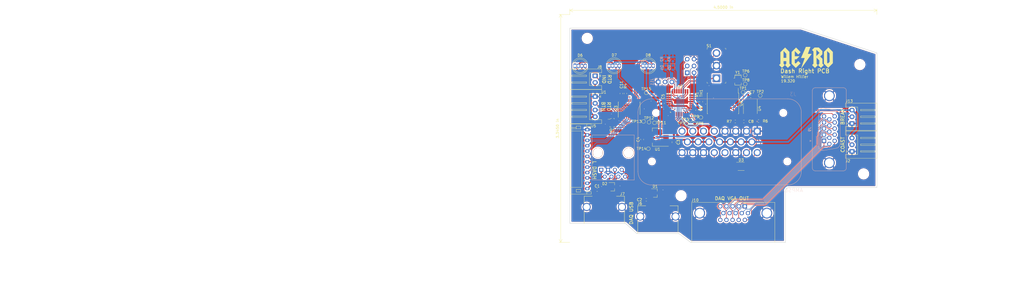
<source format=kicad_pcb>
(kicad_pcb (version 20171130) (host pcbnew 5.1.4-e60b266~84~ubuntu18.04.1)
  (layers (0 F.Cu signal) (31 B.Cu signal) (34 B.Paste user) (35 F.Paste user) (36 B.SilkS user) (37 F.SilkS user) (38 B.Mask user) (39 F.Mask user) (44 Edge.Cuts user))
  (net 0 "")
  (net 1 +5V)
  (net 2 GND)
  (net 3 +12V)
  (net 4 /DAQ_USB1-)
  (net 5 /DAQ_USB1+)
  (net 6 /DAQ_USB2+)
  (net 7 /DAQ_USB2-)
  (net 8 /BMS_USB-)
  (net 9 /BMS_USB+)
  (net 10 "Net-(D4-Pad1)")
  (net 11 /LED1)
  (net 12 /LED2)
  (net 13 "Net-(D5-Pad1)")
  (net 14 /LEDs/~COOLING_IND1B)
  (net 15 /LEDs/~COOLING_IND1G)
  (net 16 /LEDs/~COOLING_IND1R)
  (net 17 /LEDs/~COOLING_IND2R)
  (net 18 /LEDs/~COOLING_IND2G)
  (net 19 /LEDs/~COOLING_IND2B)
  (net 20 /LEDs/~COOLING_IND3B)
  (net 21 /LEDs/~COOLING_IND3G)
  (net 22 /LEDs/~COOLING_IND3R)
  (net 23 /RTD_BTN)
  (net 24 /RTD_IND)
  (net 25 /BRAKE)
  (net 26 /COAST)
  (net 27 /DAMPER_L)
  (net 28 /DAMPER_R)
  (net 29 /SPEED_L)
  (net 30 /SPEED_R)
  (net 31 /RINEHART_TX)
  (net 32 /RINEHART_RX)
  (net 33 /CAN-)
  (net 34 /CAN+)
  (net 35 /NTC1)
  (net 36 "Net-(J10-Pad1)")
  (net 37 "Net-(J10-Pad2)")
  (net 38 "Net-(J10-Pad3)")
  (net 39 "Net-(J10-Pad4)")
  (net 40 "Net-(J10-Pad5)")
  (net 41 "Net-(J10-Pad6)")
  (net 42 "Net-(J10-Pad7)")
  (net 43 "Net-(J10-Pad8)")
  (net 44 "Net-(J10-Pad9)")
  (net 45 "Net-(J10-Pad10)")
  (net 46 "Net-(J10-Pad11)")
  (net 47 "Net-(J10-Pad12)")
  (net 48 "Net-(J10-Pad13)")
  (net 49 "Net-(J10-Pad14)")
  (net 50 "Net-(J10-Pad15)")
  (net 51 /UART_RXD)
  (net 52 /UART_TXD)
  (net 53 /MISO)
  (net 54 /SCK)
  (net 55 /MOSI)
  (net 56 /RESET)
  (net 57 "Net-(R4-Pad2)")
  (net 58 "Net-(R6-Pad1)")
  (net 59 "Net-(R7-Pad2)")
  (net 60 /LED_SDI)
  (net 61 /LED_CLK)
  (net 62 /~LED_LE)
  (net 63 /~CAN_CS)
  (net 64 ~FAULT_IND_3)
  (net 65 ~FAULT_IND_2)
  (net 66 ~FAULT_IND_1)
  (net 67 /COOLING_MODE_2)
  (net 68 /COOLING_MODE_1)
  (net 69 /BMS_VBUS)
  (net 70 "Net-(D3-Pad4)")
  (net 71 "Net-(TP1-Pad1)")
  (net 72 "Net-(TP2-Pad1)")
  (net 73 MCU_CLK)
  (net 74 "Net-(TP6-Pad1)")
  (net 75 "Net-(TP8-Pad1)")
  (net 76 /~LED_OE)
  (net 77 "Net-(U2-Pad20)")
  (net 78 "Net-(U2-Pad19)")
  (net 79 "Net-(U3-Pad22)")
  (net 80 /LEDs/~COOLING_IND4B)
  (net 81 /LEDs/~COOLING_IND4G)
  (net 82 /LEDs/~COOLING_IND4R)
  (net 83 "Net-(U4-Pad5)")
  (net 84 "Net-(U5-Pad12)")
  (net 85 "Net-(U5-Pad11)")
  (net 86 "Net-(U5-Pad10)")
  (net 87 "Net-(U5-Pad6)")
  (net 88 "Net-(U5-Pad5)")
  (net 89 "Net-(U5-Pad4)")
  (net 90 RTD_BTN_LED)
  (net 91 "Net-(J8-Pad1)")
  (module digikey-footprints:SOT-23-3 (layer F.Cu) (at 188.722 196.85)
    (fp_text reference Q1 (at 0 2.794) (layer F.SilkS))
    (fp_text value MMBT2222ALT1G)
    (pad 1 smd rect (at -1.05 -0.95) (size 1.3 0.6) (layers F.Cu F.Paste F.Mask) (net 24 /RTD_IND))
    (pad 2 smd rect (at -1.05 0.95) (size 1.3 0.6) (layers F.Cu F.Paste F.Mask) (net 2 GND))
    (pad 3 smd rect (at 1.05 0) (size 1.3 0.6) (layers F.Cu F.Paste F.Mask) (net 91 "Net-(J8-Pad1)"))
  )
  (module Connector_JST:JST_XH_S4B-XH-A_1x04_P2.50mm_Horizontal (layer F.Cu) (at 182.372 187.064 270)
    (fp_text reference J1 (at -1.644 -3.302 180) (layer F.SilkS))
    (fp_text value JST-XH)
    (pad 4 thru_hole oval (at 7.5 0 270) (size 1.7 1.95) (drill 0.95) (layers *.Cu *.Mask) (net 1 +5V))
    (pad 3 thru_hole oval (at 5 0 270) (size 1.7 1.95) (drill 0.95) (layers *.Cu *.Mask) (net 90 RTD_BTN_LED))
    (pad 2 thru_hole oval (at 2.5 0 270) (size 1.7 1.95) (drill 0.95) (layers *.Cu *.Mask) (net 23 /RTD_BTN))
    (pad 1 thru_hole roundrect (at 0 0 270) (size 1.7 1.95) (drill 0.95) (layers *.Cu *.Mask) (roundrect_rratio 0.147059) (net 2 GND))
  )
  (module TestPoint:TestPoint_Pad_D1.0mm (layer F.Cu) (at 202.438 196.596)
    (fp_text reference TP12 (at 0 -1.524) (layer F.SilkS))
    (fp_text value TestPoint)
    (pad 1 smd circle (at 0 0) (size 1 1) (layers F.Cu F.Mask) (net 61 /LED_CLK))
  )
  (module TestPoint:TestPoint_Pad_D1.0mm (layer F.Cu) (at 204.47 196.85)
    (fp_text reference TP11 (at 2.54 0) (layer F.SilkS))
    (fp_text value TestPoint)
    (pad 1 smd circle (at 0 0) (size 1 1) (layers F.Cu F.Mask) (net 60 /LED_SDI))
  )
  (module TestPoint:TestPoint_Pad_D1.0mm (layer F.Cu) (at 221.742 194.818)
    (fp_text reference TP9 (at -2.032 -0.254) (layer F.SilkS))
    (fp_text value TestPoint)
    (pad 1 smd circle (at 0 0) (size 1 1) (layers F.Cu F.Mask) (net 54 /SCK))
  )
  (module Crystal:Resonator_SMD_muRata_CSTxExxV-3Pin_3.0x1.1mm (layer F.Cu) (at 235.585 180.975 270)
    (fp_text reference Y1 (at -2.921 0.127 180) (layer F.SilkS))
    (fp_text value Resonator)
    (pad 3 smd rect (at 1.2 0 270) (size 0.4 1.9) (layers F.Cu F.Paste F.Mask) (net 75 "Net-(TP8-Pad1)"))
    (pad 2 smd rect (at 0 0 270) (size 0.4 1.9) (layers F.Cu F.Paste F.Mask) (net 2 GND))
    (pad 1 smd rect (at -1.2 0 270) (size 0.4 1.9) (layers F.Cu F.Paste F.Mask) (net 74 "Net-(TP6-Pad1)"))
  )
  (module TestPoint:TestPoint_Pad_D1.0mm (layer F.Cu) (at 201.422 185.674)
    (fp_text reference TP15 (at 0 -1.448) (layer F.SilkS))
    (fp_text value TestPoint)
    (pad 1 smd circle (at 0 0) (size 1 1) (layers F.Cu F.Mask) (net 76 /~LED_OE))
  )
  (module TestPoint:TestPoint_Pad_D1.0mm (layer F.Cu) (at 202.184 206.502)
    (fp_text reference TP14 (at -2.54 0) (layer F.SilkS))
    (fp_text value TestPoint)
    (pad 1 smd circle (at 0 0) (size 1 1) (layers F.Cu F.Mask) (net 1 +5V))
  )
  (module TestPoint:TestPoint_Pad_D1.0mm (layer F.Cu) (at 200.406 196.342)
    (fp_text reference TP13 (at -2.54 0) (layer F.SilkS))
    (fp_text value TestPoint)
    (pad 1 smd circle (at 0 0) (size 1 1) (layers F.Cu F.Mask) (net 62 /~LED_LE))
  )
  (module TestPoint:TestPoint_Pad_D1.0mm (layer F.Cu) (at 238.252 182.372)
    (fp_text reference TP8 (at 0.254 -1.448) (layer F.SilkS))
    (fp_text value TestPoint)
    (pad 1 smd circle (at 0 0) (size 1 1) (layers F.Cu F.Mask) (net 75 "Net-(TP8-Pad1)"))
  )
  (module TestPoint:TestPoint_Pad_D1.0mm (layer F.Cu) (at 216.408 197.104)
    (fp_text reference TP7 (at -2.032 0) (layer F.SilkS))
    (fp_text value TestPoint)
    (pad 1 smd circle (at 0 0) (size 1 1) (layers F.Cu F.Mask) (net 63 /~CAN_CS))
  )
  (module TestPoint:TestPoint_Pad_D1.0mm (layer F.Cu) (at 238.252 179.07)
    (fp_text reference TP6 (at 0.254 -1.448) (layer F.SilkS))
    (fp_text value TestPoint)
    (pad 1 smd circle (at 0 0) (size 1 1) (layers F.Cu F.Mask) (net 74 "Net-(TP6-Pad1)"))
  )
  (module TestPoint:TestPoint_Pad_D1.0mm (layer F.Cu) (at 219.456 197.104)
    (fp_text reference TP5 (at 2.032 0) (layer F.SilkS))
    (fp_text value TestPoint)
    (pad 1 smd circle (at 0 0) (size 1 1) (layers F.Cu F.Mask) (net 53 /MISO))
  )
  (module TestPoint:TestPoint_Pad_D1.0mm (layer F.Cu) (at 217.932 195.834)
    (fp_text reference TP3 (at -2.032 -0.254) (layer F.SilkS))
    (fp_text value TestPoint)
    (pad 1 smd circle (at 0 0) (size 1 1) (layers F.Cu F.Mask) (net 55 /MOSI))
  )
  (module TestPoint:TestPoint_Pad_D1.0mm (layer F.Cu) (at 243.84 186.69)
    (fp_text reference TP2 (at 0 -1.448) (layer F.SilkS))
    (fp_text value TestPoint)
    (pad 1 smd circle (at 0 0) (size 1 1) (layers F.Cu F.Mask) (net 72 "Net-(TP2-Pad1)"))
  )
  (module TestPoint:TestPoint_Pad_D1.0mm (layer F.Cu) (at 237.49 185.42)
    (fp_text reference TP1 (at 0 -1.448) (layer F.SilkS))
    (fp_text value TestPoint)
    (pad 1 smd circle (at 0 0) (size 1 1) (layers F.Cu F.Mask) (net 71 "Net-(TP1-Pad1)"))
  )
  (module Package_TO_SOT_SMD:SOT-143 (layer F.Cu) (at 236.728 213.106)
    (fp_text reference D3 (at 0.02 -2.38) (layer F.SilkS))
    (fp_text value SP0503BAHT)
    (pad 4 smd rect (at 1.1 -0.95 270) (size 1 1.4) (layers F.Cu F.Paste F.Mask) (net 70 "Net-(D3-Pad4)"))
    (pad 3 smd rect (at 1.1 0.95 270) (size 1 1.4) (layers F.Cu F.Paste F.Mask) (net 34 /CAN+))
    (pad 2 smd rect (at -1.1 0.95 270) (size 1 1.4) (layers F.Cu F.Paste F.Mask) (net 33 /CAN-))
    (pad 1 smd rect (at -1.1 -0.77 270) (size 1.2 1.4) (layers F.Cu F.Paste F.Mask) (net 2 GND))
  )
  (module AERO-footprints:AERO_Logo_20x8mm (layer F.Cu) (at 260.858 172.593)
    (fp_text reference G*** hide)
    (fp_text value LOGO hide)
  )
  (module MountingHole:MountingHole_3.2mm_M3 (layer F.Cu) (at 282.321 215.9)
    (fp_text reference H4 (at 0 -0.076) (layer F.SilkS))
    (fp_text value MountingHole)
    (pad 1 np_thru_hole circle (at 0 0) (size 3.2 3.2) (drill 3.2) (layers *.Cu *.Mask))
  )
  (module MountingHole:MountingHole_3.2mm_M3 (layer F.Cu) (at 280.924 175.133)
    (fp_text reference H3 (at 0 0) (layer F.SilkS))
    (fp_text value MountingHole)
    (pad 1 np_thru_hole circle (at 0 0) (size 3.2 3.2) (drill 3.2) (layers *.Cu *.Mask))
  )
  (module MountingHole:MountingHole_3.2mm_M3 (layer F.Cu) (at 214.376 224.028)
    (fp_text reference H2 (at 0 0.051) (layer F.SilkS))
    (fp_text value MountingHole)
    (pad 1 np_thru_hole circle (at 0 0) (size 3.2 3.2) (drill 3.2) (layers *.Cu *.Mask))
  )
  (module MountingHole:MountingHole_3.2mm_M3 (layer F.Cu) (at 179.451 165.354)
    (fp_text reference H1 (at 0 -0.127) (layer F.SilkS))
    (fp_text value MountingHole)
    (pad 1 np_thru_hole circle (at 0 0) (size 3.2 3.2) (drill 3.2) (layers *.Cu *.Mask))
  )
  (module AERO-footprints:87583-2010BLF (layer F.Cu) (at 185.801 228.219)
    (fp_text reference J7 (at 6.731 -4.826) (layer F.SilkS))
    (fp_text value DAQ_USB2 hide)
    (pad 5 thru_hole circle (at 6.57 0) (size 3 3) (drill 2.3) (layers *.Cu *.Mask) (net 2 GND))
    (pad 5 thru_hole circle (at -6.57 0) (size 3 3) (drill 2.3) (layers *.Cu *.Mask) (net 2 GND))
    (pad 4 smd rect (at 3.5 -3.58) (size 1.12 2.88) (layers F.Cu F.Paste F.Mask) (net 2 GND))
    (pad 3 smd rect (at 1 -3.58) (size 1.12 2.88) (layers F.Cu F.Paste F.Mask) (net 6 /DAQ_USB2+))
    (pad 2 smd rect (at -1 -3.58) (size 1.12 2.88) (layers F.Cu F.Paste F.Mask) (net 7 /DAQ_USB2-))
    (pad 1 smd rect (at -3.5 -3.58) (size 1.12 2.88) (layers F.Cu F.Paste F.Mask) (net 1 +5V))
  )
  (module AERO-footprints:87583-2010BLF (layer F.Cu) (at 205.74 231.775)
    (fp_text reference J6 (at -6.731 -4.826) (layer F.SilkS))
    (fp_text value DAQ_USB1 hide)
    (pad 5 thru_hole circle (at 6.57 0) (size 3 3) (drill 2.3) (layers *.Cu *.Mask) (net 2 GND))
    (pad 5 thru_hole circle (at -6.57 0) (size 3 3) (drill 2.3) (layers *.Cu *.Mask) (net 2 GND))
    (pad 4 smd rect (at 3.5 -3.58) (size 1.12 2.88) (layers F.Cu F.Paste F.Mask) (net 2 GND))
    (pad 3 smd rect (at 1 -3.58) (size 1.12 2.88) (layers F.Cu F.Paste F.Mask) (net 5 /DAQ_USB1+))
    (pad 2 smd rect (at -1 -3.58) (size 1.12 2.88) (layers F.Cu F.Paste F.Mask) (net 4 /DAQ_USB1-))
    (pad 1 smd rect (at -3.5 -3.58) (size 1.12 2.88) (layers F.Cu F.Paste F.Mask) (net 1 +5V))
  )
  (module Connector_TE-AMPSEAL:TE_1-776200-1_23pin_Vertical (layer B.Cu) (at 228.727 203.962 180)
    (fp_text reference J3 (at -27.3699 17.7955) (layer B.SilkS) (effects (font (size 1.40157 1.40157) (thickness 0.05)) (justify mirror)))
    (fp_text value AMPSEAL (at -26.4509 -18.0258) (layer B.SilkS) (effects (font (size 1.4021 1.4021) (thickness 0.05)) (justify mirror)))
    (pad Hole np_thru_hole circle (at 25.2 -7.3 180) (size 2 2) (drill 2) (layers *.Cu *.Mask B.SilkS))
    (pad Hole np_thru_hole circle (at -25.2 -7.3 180) (size 2 2) (drill 2) (layers *.Cu *.Mask B.SilkS))
    (pad Hole np_thru_hole circle (at 23.7 10.8 180) (size 2 2) (drill 2) (layers *.Cu *.Mask B.SilkS))
    (pad 23 thru_hole circle (at 14 -4 180) (size 2.625 2.625) (drill 1.75) (layers *.Cu *.Mask) (net 2 GND))
    (pad 22 thru_hole circle (at 10 -4 180) (size 2.625 2.625) (drill 1.75) (layers *.Cu *.Mask) (net 2 GND))
    (pad 21 thru_hole circle (at 6 -4 180) (size 2.625 2.625) (drill 1.75) (layers *.Cu *.Mask) (net 2 GND))
    (pad 20 thru_hole circle (at 2 -4 180) (size 2.625 2.625) (drill 1.75) (layers *.Cu *.Mask) (net 32 /RINEHART_RX))
    (pad 19 thru_hole circle (at -2 -4 180) (size 2.625 2.625) (drill 1.75) (layers *.Cu *.Mask) (net 31 /RINEHART_TX))
    (pad 18 thru_hole circle (at -6 -4 180) (size 2.625 2.625) (drill 1.75) (layers *.Cu *.Mask) (net 2 GND))
    (pad 17 thru_hole circle (at -10 -4 180) (size 2.625 2.625) (drill 1.75) (layers *.Cu *.Mask) (net 33 /CAN-))
    (pad 16 thru_hole circle (at -14 -4 180) (size 2.625 2.625) (drill 1.75) (layers *.Cu *.Mask) (net 34 /CAN+))
    (pad 15 thru_hole circle (at 12 0 180) (size 2.625 2.625) (drill 1.75) (layers *.Cu *.Mask) (net 3 +12V))
    (pad 14 thru_hole circle (at 8 0 180) (size 2.625 2.625) (drill 1.75) (layers *.Cu *.Mask) (net 3 +12V))
    (pad 13 thru_hole circle (at 4 0 180) (size 2.625 2.625) (drill 1.75) (layers *.Cu *.Mask) (net 3 +12V))
    (pad 12 thru_hole circle (at 0 0 180) (size 2.625 2.625) (drill 1.75) (layers *.Cu *.Mask) (net 1 +5V))
    (pad 11 thru_hole circle (at -4 0 180) (size 2.625 2.625) (drill 1.75) (layers *.Cu *.Mask) (net 1 +5V))
    (pad 10 thru_hole circle (at -8 0 180) (size 2.625 2.625) (drill 1.75) (layers *.Cu *.Mask) (net 1 +5V))
    (pad 9 thru_hole circle (at -12 0 180) (size 2.625 2.625) (drill 1.75) (layers *.Cu *.Mask) (net 1 +5V))
    (pad 8 thru_hole circle (at 14 4 180) (size 2.625 2.625) (drill 1.75) (layers *.Cu *.Mask) (net 29 /SPEED_L))
    (pad 7 thru_hole circle (at 10 4 180) (size 2.625 2.625) (drill 1.75) (layers *.Cu *.Mask) (net 30 /SPEED_R))
    (pad 6 thru_hole circle (at 6 4 180) (size 2.625 2.625) (drill 1.75) (layers *.Cu *.Mask) (net 27 /DAMPER_L))
    (pad 5 thru_hole circle (at 2 4 180) (size 2.625 2.625) (drill 1.75) (layers *.Cu *.Mask) (net 28 /DAMPER_R))
    (pad 4 thru_hole circle (at -2 4 180) (size 2.625 2.625) (drill 1.75) (layers *.Cu *.Mask) (net 2 GND))
    (pad 3 thru_hole circle (at -6 4 180) (size 2.625 2.625) (drill 1.75) (layers *.Cu *.Mask) (net 2 GND))
    (pad 2 thru_hole circle (at -10 4 180) (size 2.625 2.625) (drill 1.75) (layers *.Cu *.Mask) (net 2 GND))
    (pad 1 thru_hole rect (at -14 4 180) (size 2.625 2.625) (drill 1.75) (layers *.Cu *.Mask) (net 2 GND))
    (pad Hole np_thru_hole circle (at -23.7 10.8 180) (size 2 2) (drill 2) (layers *.Cu *.Mask B.SilkS))
  )
  (module Capacitor_SMD:C_0603_1608Metric (layer F.Cu) (at 192.151 185.928 90)
    (fp_text reference C11 (at 3.302 0 90) (layer F.SilkS))
    (fp_text value 0.1u)
    (pad 2 smd roundrect (at 0.7875 0 90) (size 0.875 0.95) (layers F.Cu F.Paste F.Mask) (net 2 GND))
    (pad 1 smd roundrect (at -0.7875 0 90) (size 0.875 0.95) (layers F.Cu F.Paste F.Mask) (net 1 +5V))
  )
  (module Connector_JST:JST_XH_S3B-XH-A_1x03_P2.50mm_Horizontal (layer F.Cu) (at 278.003 197.104 90)
    (fp_text reference J13 (at 8.382 -1.016 180) (layer F.SilkS))
    (fp_text value JST-XH)
    (pad 3 thru_hole oval (at 5 0 90) (size 1.7 1.95) (drill 0.95) (layers *.Cu *.Mask) (net 1 +5V))
    (pad 2 thru_hole oval (at 2.5 0 90) (size 1.7 1.95) (drill 0.95) (layers *.Cu *.Mask) (net 25 /BRAKE))
    (pad 1 thru_hole roundrect (at 0 0 90) (size 1.7 1.95) (drill 0.95) (layers *.Cu *.Mask) (roundrect_rratio 0.147059) (net 2 GND))
  )
  (module Connector_JST:JST_XH_S3B-XH-A_1x03_P2.50mm_Horizontal (layer F.Cu) (at 278.003 207.518 90)
    (fp_text reference J2 (at -3.556 -1.524 180) (layer F.SilkS))
    (fp_text value JST-XH)
    (pad 3 thru_hole oval (at 5 0 90) (size 1.7 1.95) (drill 0.95) (layers *.Cu *.Mask) (net 1 +5V))
    (pad 2 thru_hole oval (at 2.5 0 90) (size 1.7 1.95) (drill 0.95) (layers *.Cu *.Mask) (net 26 /COAST))
    (pad 1 thru_hole roundrect (at 0 0 90) (size 1.7 1.95) (drill 0.95) (layers *.Cu *.Mask) (roundrect_rratio 0.147059) (net 2 GND))
  )
  (module Package_QFP:TQFP-32_7x7mm_P0.8mm (layer F.Cu) (at 213.995 189.357)
    (fp_text reference U2 (at 0 -6.05) (layer F.SilkS))
    (fp_text value ATmega328P-AU)
    (pad 32 smd rect (at -2.8 -4.25 90) (size 1.6 0.55) (layers F.Cu F.Paste F.Mask) (net 30 /SPEED_R))
    (pad 31 smd rect (at -2 -4.25 90) (size 1.6 0.55) (layers F.Cu F.Paste F.Mask) (net 52 /UART_TXD))
    (pad 30 smd rect (at -1.2 -4.25 90) (size 1.6 0.55) (layers F.Cu F.Paste F.Mask) (net 51 /UART_RXD))
    (pad 29 smd rect (at -0.4 -4.25 90) (size 1.6 0.55) (layers F.Cu F.Paste F.Mask) (net 56 /RESET))
    (pad 28 smd rect (at 0.4 -4.25 90) (size 1.6 0.55) (layers F.Cu F.Paste F.Mask) (net 67 /COOLING_MODE_2))
    (pad 27 smd rect (at 1.2 -4.25 90) (size 1.6 0.55) (layers F.Cu F.Paste F.Mask) (net 68 /COOLING_MODE_1))
    (pad 26 smd rect (at 2 -4.25 90) (size 1.6 0.55) (layers F.Cu F.Paste F.Mask) (net 27 /DAMPER_L))
    (pad 25 smd rect (at 2.8 -4.25 90) (size 1.6 0.55) (layers F.Cu F.Paste F.Mask) (net 28 /DAMPER_R))
    (pad 24 smd rect (at 4.25 -2.8) (size 1.6 0.55) (layers F.Cu F.Paste F.Mask) (net 25 /BRAKE))
    (pad 23 smd rect (at 4.25 -2) (size 1.6 0.55) (layers F.Cu F.Paste F.Mask) (net 26 /COAST))
    (pad 22 smd rect (at 4.25 -1.2) (size 1.6 0.55) (layers F.Cu F.Paste F.Mask) (net 35 /NTC1))
    (pad 21 smd rect (at 4.25 -0.4) (size 1.6 0.55) (layers F.Cu F.Paste F.Mask) (net 2 GND))
    (pad 20 smd rect (at 4.25 0.4) (size 1.6 0.55) (layers F.Cu F.Paste F.Mask) (net 77 "Net-(U2-Pad20)"))
    (pad 19 smd rect (at 4.25 1.2) (size 1.6 0.55) (layers F.Cu F.Paste F.Mask) (net 78 "Net-(U2-Pad19)"))
    (pad 18 smd rect (at 4.25 2) (size 1.6 0.55) (layers F.Cu F.Paste F.Mask) (net 1 +5V))
    (pad 17 smd rect (at 4.25 2.8) (size 1.6 0.55) (layers F.Cu F.Paste F.Mask) (net 54 /SCK))
    (pad 16 smd rect (at 2.8 4.25 90) (size 1.6 0.55) (layers F.Cu F.Paste F.Mask) (net 53 /MISO))
    (pad 15 smd rect (at 2 4.25 90) (size 1.6 0.55) (layers F.Cu F.Paste F.Mask) (net 55 /MOSI))
    (pad 14 smd rect (at 1.2 4.25 90) (size 1.6 0.55) (layers F.Cu F.Paste F.Mask) (net 63 /~CAN_CS))
    (pad 13 smd rect (at 0.4 4.25 90) (size 1.6 0.55) (layers F.Cu F.Paste F.Mask) (net 23 /RTD_BTN))
    (pad 12 smd rect (at -0.4 4.25 90) (size 1.6 0.55) (layers F.Cu F.Paste F.Mask) (net 24 /RTD_IND))
    (pad 11 smd rect (at -1.2 4.25 90) (size 1.6 0.55) (layers F.Cu F.Paste F.Mask) (net 60 /LED_SDI))
    (pad 10 smd rect (at -2 4.25 90) (size 1.6 0.55) (layers F.Cu F.Paste F.Mask) (net 61 /LED_CLK))
    (pad 9 smd rect (at -2.8 4.25 90) (size 1.6 0.55) (layers F.Cu F.Paste F.Mask) (net 62 /~LED_LE))
    (pad 8 smd rect (at -4.25 2.8) (size 1.6 0.55) (layers F.Cu F.Paste F.Mask) (net 12 /LED2))
    (pad 7 smd rect (at -4.25 2) (size 1.6 0.55) (layers F.Cu F.Paste F.Mask) (net 11 /LED1))
    (pad 6 smd rect (at -4.25 1.2) (size 1.6 0.55) (layers F.Cu F.Paste F.Mask) (net 1 +5V))
    (pad 5 smd rect (at -4.25 0.4) (size 1.6 0.55) (layers F.Cu F.Paste F.Mask) (net 2 GND))
    (pad 4 smd rect (at -4.25 -0.4) (size 1.6 0.55) (layers F.Cu F.Paste F.Mask) (net 1 +5V))
    (pad 3 smd rect (at -4.25 -1.2) (size 1.6 0.55) (layers F.Cu F.Paste F.Mask) (net 2 GND))
    (pad 2 smd rect (at -4.25 -2) (size 1.6 0.55) (layers F.Cu F.Paste F.Mask) (net 76 /~LED_OE))
    (pad 1 smd rect (at -4.25 -2.8) (size 1.6 0.55) (layers F.Cu F.Paste F.Mask) (net 29 /SPEED_L))
  )
  (module Connector_RJ:RJ45_OST_PJ012-8P8CX_Vertical (layer B.Cu) (at 184.658 214.376)
    (fp_text reference J4 (at 4.45 -14) (layer B.SilkS) (effects (justify mirror)))
    (fp_text value RJ45)
    (pad "" np_thru_hole circle (at 10.16 -6.35) (size 3.65 3.65) (drill 3.45) (layers *.Cu *.SilkS *.Mask))
    (pad "" np_thru_hole circle (at -1.27 -6.35) (size 3.65 3.65) (drill 3.45) (layers *.Cu *.SilkS *.Mask))
    (pad 1 thru_hole rect (at 0 0) (size 1.5 1.5) (drill 0.9) (layers *.Cu *.Mask) (net 9 /BMS_USB+))
    (pad 2 thru_hole circle (at 1.27 2.54) (size 1.5 1.5) (drill 0.9) (layers *.Cu *.Mask) (net 8 /BMS_USB-))
    (pad 3 thru_hole circle (at 2.54 0) (size 1.5 1.5) (drill 0.9) (layers *.Cu *.Mask) (net 2 GND))
    (pad 4 thru_hole circle (at 3.81 2.54) (size 1.5 1.5) (drill 0.9) (layers *.Cu *.Mask) (net 69 /BMS_VBUS))
    (pad 5 thru_hole circle (at 5.08 0) (size 1.5 1.5) (drill 0.9) (layers *.Cu *.Mask) (net 7 /DAQ_USB2-))
    (pad 6 thru_hole circle (at 6.35 2.54) (size 1.5 1.5) (drill 0.9) (layers *.Cu *.Mask) (net 6 /DAQ_USB2+))
    (pad 7 thru_hole circle (at 7.62 0) (size 1.5 1.5) (drill 0.9) (layers *.Cu *.Mask) (net 5 /DAQ_USB1+))
    (pad 8 thru_hole circle (at 8.89 2.54) (size 1.5 1.5) (drill 0.9) (layers *.Cu *.Mask) (net 4 /DAQ_USB1-))
  )
  (module Resistor_SMD:R_0603_1608Metric (layer F.Cu) (at 221.869 188.976 270)
    (fp_text reference TH1 (at -3.175 0 90) (layer F.SilkS))
    (fp_text value Thermistor)
    (pad 2 smd roundrect (at 0.7875 0 270) (size 0.875 0.95) (layers F.Cu F.Paste F.Mask) (net 2 GND))
    (pad 1 smd roundrect (at -0.7875 0 270) (size 0.875 0.95) (layers F.Cu F.Paste F.Mask) (net 35 /NTC1))
  )
  (module Package_TO_SOT_SMD:SOT-223-3_TabPin2 (layer F.Cu) (at 205.613 202.184 180)
    (fp_text reference U1 (at 0 -4.5) (layer F.SilkS))
    (fp_text value AP1117-50)
    (pad 1 smd rect (at -3.15 -2.3 180) (size 2 1.5) (layers F.Cu F.Paste F.Mask) (net 2 GND))
    (pad 3 smd rect (at -3.15 2.3 180) (size 2 1.5) (layers F.Cu F.Paste F.Mask) (net 3 +12V))
    (pad 2 smd rect (at -3.15 0 180) (size 2 1.5) (layers F.Cu F.Paste F.Mask) (net 1 +5V))
    (pad 2 smd rect (at 3.15 0 180) (size 2 3.8) (layers F.Cu F.Paste F.Mask) (net 1 +5V))
  )
  (module Connector_JST:JST_XH_S2B-XH-A_1x02_P2.50mm_Horizontal (layer F.Cu) (at 182.372 179.324 270)
    (fp_text reference J8 (at -3.302 -1.651 180) (layer F.SilkS))
    (fp_text value JST-XH)
    (pad 2 thru_hole oval (at 2.5 0 270) (size 1.7 2) (drill 1) (layers *.Cu *.Mask) (net 1 +5V))
    (pad 1 thru_hole roundrect (at 0 0 270) (size 1.7 2) (drill 1) (layers *.Cu *.Mask) (roundrect_rratio 0.147059) (net 91 "Net-(J8-Pad1)"))
  )
  (module digikey-footprints:Toggle_Switch_100SP1T1B4M2QE (layer F.Cu) (at 227.554606 180.247628 90)
    (fp_text reference S1 (at 12.099628 -2.764606 180) (layer F.SilkS))
    (fp_text value 100SP1T1B4M2QE)
    (pad 3 thru_hole circle (at 9.4 0 90) (size 2.85 2.85) (drill 1.85) (layers *.Cu *.Mask) (net 67 /COOLING_MODE_2))
    (pad 2 thru_hole circle (at 4.7 0 90) (size 2.85 2.85) (drill 1.85) (layers *.Cu *.Mask) (net 2 GND))
    (pad 1 thru_hole rect (at 0 0 90) (size 2.85 2.85) (drill 1.85) (layers *.Cu *.Mask) (net 68 /COOLING_MODE_1))
  )
  (module AERO-footprints:DSUB-15-HD_Female_Horizontal_P2.29x2.54mm_EdgePinOffset8.35mm_Housed_MountingHolesOffset10.89mm (layer F.Cu) (at 238.125 229.108)
    (fp_text reference J10 (at -18.542 -3.429) (layer F.SilkS))
    (fp_text value DAQ_VGA_EXT)
    (pad 0 thru_hole circle (at 8.185 1.42) (size 4 4) (drill 3.2) (layers *.Cu *.Mask) (net 2 GND))
    (pad 0 thru_hole circle (at -16.815 1.42) (size 4 4) (drill 3.2) (layers *.Cu *.Mask) (net 2 GND))
    (pad 15 thru_hole circle (at -9.16 3.96) (size 1.6 1.6) (drill 1) (layers *.Cu *.Mask) (net 50 "Net-(J10-Pad15)"))
    (pad 14 thru_hole circle (at -6.87 3.96) (size 1.6 1.6) (drill 1) (layers *.Cu *.Mask) (net 49 "Net-(J10-Pad14)"))
    (pad 13 thru_hole circle (at -4.58 3.96) (size 1.6 1.6) (drill 1) (layers *.Cu *.Mask) (net 48 "Net-(J10-Pad13)"))
    (pad 12 thru_hole circle (at -2.29 3.96) (size 1.6 1.6) (drill 1) (layers *.Cu *.Mask) (net 47 "Net-(J10-Pad12)"))
    (pad 11 thru_hole circle (at 0 3.96) (size 1.6 1.6) (drill 1) (layers *.Cu *.Mask) (net 46 "Net-(J10-Pad11)"))
    (pad 10 thru_hole circle (at -8.015 1.42) (size 1.6 1.6) (drill 1) (layers *.Cu *.Mask) (net 45 "Net-(J10-Pad10)"))
    (pad 9 thru_hole circle (at -5.725 1.42) (size 1.6 1.6) (drill 1) (layers *.Cu *.Mask) (net 44 "Net-(J10-Pad9)"))
    (pad 8 thru_hole circle (at -3.435 1.42) (size 1.6 1.6) (drill 1) (layers *.Cu *.Mask) (net 43 "Net-(J10-Pad8)"))
    (pad 7 thru_hole circle (at -1.145 1.42) (size 1.6 1.6) (drill 1) (layers *.Cu *.Mask) (net 42 "Net-(J10-Pad7)"))
    (pad 6 thru_hole circle (at 1.145 1.42) (size 1.6 1.6) (drill 1) (layers *.Cu *.Mask) (net 41 "Net-(J10-Pad6)"))
    (pad 5 thru_hole circle (at -9.16 -1.12) (size 1.6 1.6) (drill 1) (layers *.Cu *.Mask) (net 40 "Net-(J10-Pad5)"))
    (pad 4 thru_hole circle (at -6.87 -1.12) (size 1.6 1.6) (drill 1) (layers *.Cu *.Mask) (net 39 "Net-(J10-Pad4)"))
    (pad 3 thru_hole circle (at -4.58 -1.12) (size 1.6 1.6) (drill 1) (layers *.Cu *.Mask) (net 38 "Net-(J10-Pad3)"))
    (pad 2 thru_hole circle (at -2.29 -1.12) (size 1.6 1.6) (drill 1) (layers *.Cu *.Mask) (net 37 "Net-(J10-Pad2)"))
    (pad 1 thru_hole rect (at 0 -1.12) (size 1.6 1.6) (drill 1) (layers *.Cu *.Mask) (net 36 "Net-(J10-Pad1)"))
  )
  (module Connector_JST:JST_PH_S12B-PH-K_1x12_P2.00mm_Horizontal (layer F.Cu) (at 179.451 199.39 270)
    (fp_text reference J5 (at -1.368 -2.413 180) (layer F.SilkS))
    (fp_text value Conn_01x12)
    (pad 12 thru_hole oval (at 22 0 270) (size 1.2 1.75) (drill 0.75) (layers *.Cu *.Mask) (net 69 /BMS_VBUS))
    (pad 11 thru_hole oval (at 20 0 270) (size 1.2 1.75) (drill 0.75) (layers *.Cu *.Mask) (net 8 /BMS_USB-))
    (pad 10 thru_hole oval (at 18 0 270) (size 1.2 1.75) (drill 0.75) (layers *.Cu *.Mask) (net 9 /BMS_USB+))
    (pad 9 thru_hole oval (at 16 0 270) (size 1.2 1.75) (drill 0.75) (layers *.Cu *.Mask) (net 34 /CAN+))
    (pad 8 thru_hole oval (at 14 0 270) (size 1.2 1.75) (drill 0.75) (layers *.Cu *.Mask) (net 33 /CAN-))
    (pad 7 thru_hole oval (at 12 0 270) (size 1.2 1.75) (drill 0.75) (layers *.Cu *.Mask) (net 31 /RINEHART_TX))
    (pad 6 thru_hole oval (at 10 0 270) (size 1.2 1.75) (drill 0.75) (layers *.Cu *.Mask) (net 32 /RINEHART_RX))
    (pad 5 thru_hole oval (at 8 0 270) (size 1.2 1.75) (drill 0.75) (layers *.Cu *.Mask) (net 64 ~FAULT_IND_3))
    (pad 4 thru_hole oval (at 6 0 270) (size 1.2 1.75) (drill 0.75) (layers *.Cu *.Mask) (net 65 ~FAULT_IND_2))
    (pad 3 thru_hole oval (at 4 0 270) (size 1.2 1.75) (drill 0.75) (layers *.Cu *.Mask) (net 66 ~FAULT_IND_1))
    (pad 2 thru_hole oval (at 2 0 270) (size 1.2 1.75) (drill 0.75) (layers *.Cu *.Mask) (net 1 +5V))
    (pad 1 thru_hole roundrect (at 0 0 270) (size 1.2 1.75) (drill 0.75) (layers *.Cu *.Mask) (roundrect_rratio 0.208333) (net 2 GND))
  )
  (module Capacitor_SMD:C_0603_1608Metric (layer F.Cu) (at 183.134 221.869)
    (fp_text reference C1 (at 0 -1.43) (layer F.SilkS))
    (fp_text value 10u)
    (pad 2 smd roundrect (at 0.7875 0) (size 0.875 0.95) (layers F.Cu F.Paste F.Mask) (net 2 GND))
    (pad 1 smd roundrect (at -0.7875 0) (size 0.875 0.95) (layers F.Cu F.Paste F.Mask) (net 1 +5V))
  )
  (module Capacitor_SMD:C_0603_1608Metric (layer F.Cu) (at 201.422 225.552 180)
    (fp_text reference C2 (at 2.54 0) (layer F.SilkS))
    (fp_text value 10u)
    (pad 2 smd roundrect (at 0.7875 0 180) (size 0.875 0.95) (layers F.Cu F.Paste F.Mask) (net 2 GND))
    (pad 1 smd roundrect (at -0.7875 0 180) (size 0.875 0.95) (layers F.Cu F.Paste F.Mask) (net 1 +5V))
  )
  (module Capacitor_SMD:C_0805_2012Metric (layer F.Cu) (at 211.709 204.089 270)
    (fp_text reference C3 (at 0 -1.65 90) (layer F.SilkS))
    (fp_text value 10u)
    (pad 2 smd roundrect (at 0.9375 0 270) (size 0.975 1.4) (layers F.Cu F.Paste F.Mask) (net 2 GND))
    (pad 1 smd roundrect (at -0.9375 0 270) (size 0.975 1.4) (layers F.Cu F.Paste F.Mask) (net 3 +12V))
  )
  (module Capacitor_SMD:C_0603_1608Metric (layer F.Cu) (at 199.898 203.073 270)
    (fp_text reference C4 (at 0 1.524 90) (layer F.SilkS))
    (fp_text value 10u)
    (pad 2 smd roundrect (at 0.7875 0 270) (size 0.875 0.95) (layers F.Cu F.Paste F.Mask) (net 2 GND))
    (pad 1 smd roundrect (at -0.7875 0 270) (size 0.875 0.95) (layers F.Cu F.Paste F.Mask) (net 1 +5V))
  )
  (module Capacitor_SMD:C_0603_1608Metric (layer F.Cu) (at 207.645 189.611 270)
    (fp_text reference C5 (at -2.54 0 90) (layer F.SilkS))
    (fp_text value 0.1u)
    (pad 2 smd roundrect (at 0.7875 0 270) (size 0.875 0.95) (layers F.Cu F.Paste F.Mask) (net 2 GND))
    (pad 1 smd roundrect (at -0.7875 0 270) (size 0.875 0.95) (layers F.Cu F.Paste F.Mask) (net 1 +5V))
  )
  (module Capacitor_SMD:C_0603_1608Metric (layer F.Cu) (at 220.345 192.151 270)
    (fp_text reference C6 (at -0.635 -1.397 90) (layer F.SilkS))
    (fp_text value 0.1u)
    (pad 2 smd roundrect (at 0.7875 0 270) (size 0.875 0.95) (layers F.Cu F.Paste F.Mask) (net 2 GND))
    (pad 1 smd roundrect (at -0.7875 0 270) (size 0.875 0.95) (layers F.Cu F.Paste F.Mask) (net 1 +5V))
  )
  (module Capacitor_SMD:C_0603_1608Metric (layer F.Cu) (at 240.284 186.944)
    (fp_text reference C7 (at 0.508 -1.524) (layer F.SilkS))
    (fp_text value 0.1uF)
    (pad 2 smd roundrect (at 0.7875 0) (size 0.875 0.95) (layers F.Cu F.Paste F.Mask) (net 2 GND))
    (pad 1 smd roundrect (at -0.7875 0) (size 0.875 0.95) (layers F.Cu F.Paste F.Mask) (net 1 +5V))
  )
  (module Capacitor_SMD:C_0603_1608Metric (layer F.Cu) (at 237.744 196.342)
    (fp_text reference C8 (at 2.667 0) (layer F.SilkS))
    (fp_text value 0.1uF)
    (pad 2 smd roundrect (at 0.7875 0) (size 0.875 0.95) (layers F.Cu F.Paste F.Mask) (net 2 GND))
    (pad 1 smd roundrect (at -0.7875 0) (size 0.875 0.95) (layers F.Cu F.Paste F.Mask) (net 1 +5V))
  )
  (module Package_TO_SOT_SMD:SOT-23 (layer F.Cu) (at 204.724 223.012)
    (fp_text reference D1 (at 0 -2.5) (layer F.SilkS))
    (fp_text value SP0502BAHT)
    (pad 3 smd rect (at 1 0) (size 0.9 0.8) (layers F.Cu F.Paste F.Mask) (net 2 GND))
    (pad 2 smd rect (at -1 0.95) (size 0.9 0.8) (layers F.Cu F.Paste F.Mask) (net 4 /DAQ_USB1-))
    (pad 1 smd rect (at -1 -0.95) (size 0.9 0.8) (layers F.Cu F.Paste F.Mask) (net 5 /DAQ_USB1+))
  )
  (module Package_TO_SOT_SMD:SOT-23 (layer F.Cu) (at 188.849 220.726)
    (fp_text reference D2 (at -2.921 -1.143) (layer F.SilkS))
    (fp_text value SP0502BAHT)
    (pad 3 smd rect (at 1 0) (size 0.9 0.8) (layers F.Cu F.Paste F.Mask) (net 2 GND))
    (pad 2 smd rect (at -1 0.95) (size 0.9 0.8) (layers F.Cu F.Paste F.Mask) (net 6 /DAQ_USB2+))
    (pad 1 smd rect (at -1 -0.95) (size 0.9 0.8) (layers F.Cu F.Paste F.Mask) (net 7 /DAQ_USB2-))
  )
  (module LED_SMD:LED_0603_1608Metric (layer B.Cu) (at 208.661 176.276 270)
    (fp_text reference D4 (at 0 1.43 270) (layer B.SilkS) (effects (justify mirror)))
    (fp_text value LED)
    (pad 2 smd roundrect (at 0.7875 0 270) (size 0.875 0.95) (layers B.Cu B.Paste B.Mask) (net 11 /LED1))
    (pad 1 smd roundrect (at -0.7875 0 270) (size 0.875 0.95) (layers B.Cu B.Paste B.Mask) (net 10 "Net-(D4-Pad1)"))
  )
  (module LED_SMD:LED_0603_1608Metric (layer B.Cu) (at 211.328 176.276 270)
    (fp_text reference D5 (at 0 1.43 270) (layer B.SilkS) (effects (justify mirror)))
    (fp_text value LED)
    (pad 2 smd roundrect (at 0.7875 0 270) (size 0.875 0.95) (layers B.Cu B.Paste B.Mask) (net 12 /LED2))
    (pad 1 smd roundrect (at -0.7875 0 270) (size 0.875 0.95) (layers B.Cu B.Paste B.Mask) (net 13 "Net-(D5-Pad1)"))
  )
  (module LED_THT:LED_D5.0mm-4_RGB (layer F.Cu) (at 174.879 175.641)
    (fp_text reference D6 (at 1.905 -3.96) (layer F.SilkS))
    (fp_text value COOLING_IND_1)
    (pad 4 thru_hole oval (at 3.81 0) (size 1.07 1.8) (drill 0.9) (layers *.Cu *.Mask) (net 14 /LEDs/~COOLING_IND1B))
    (pad 3 thru_hole oval (at 2.54 0) (size 1.07 1.8) (drill 0.9) (layers *.Cu *.Mask) (net 15 /LEDs/~COOLING_IND1G))
    (pad 2 thru_hole oval (at 1.27 0) (size 1.07 1.8) (drill 0.9) (layers *.Cu *.Mask) (net 1 +5V))
    (pad 1 thru_hole rect (at 0 0) (size 1.07 1.8) (drill 0.9) (layers *.Cu *.Mask) (net 16 /LEDs/~COOLING_IND1R))
  )
  (module LED_THT:LED_D5.0mm-4_RGB (layer F.Cu) (at 187.579 175.5775)
    (fp_text reference D7 (at 1.905 -3.96) (layer F.SilkS))
    (fp_text value COOLING_IND_2)
    (pad 4 thru_hole oval (at 3.81 0) (size 1.07 1.8) (drill 0.9) (layers *.Cu *.Mask) (net 19 /LEDs/~COOLING_IND2B))
    (pad 3 thru_hole oval (at 2.54 0) (size 1.07 1.8) (drill 0.9) (layers *.Cu *.Mask) (net 18 /LEDs/~COOLING_IND2G))
    (pad 2 thru_hole oval (at 1.27 0) (size 1.07 1.8) (drill 0.9) (layers *.Cu *.Mask) (net 1 +5V))
    (pad 1 thru_hole rect (at 0 0) (size 1.07 1.8) (drill 0.9) (layers *.Cu *.Mask) (net 17 /LEDs/~COOLING_IND2R))
  )
  (module LED_THT:LED_D5.0mm-4_RGB (layer F.Cu) (at 200.2155 175.5775)
    (fp_text reference D8 (at 1.905 -3.96) (layer F.SilkS))
    (fp_text value COOLING_IND_3)
    (pad 4 thru_hole oval (at 3.81 0) (size 1.07 1.8) (drill 0.9) (layers *.Cu *.Mask) (net 20 /LEDs/~COOLING_IND3B))
    (pad 3 thru_hole oval (at 2.54 0) (size 1.07 1.8) (drill 0.9) (layers *.Cu *.Mask) (net 21 /LEDs/~COOLING_IND3G))
    (pad 2 thru_hole oval (at 1.27 0) (size 1.07 1.8) (drill 0.9) (layers *.Cu *.Mask) (net 1 +5V))
    (pad 1 thru_hole rect (at 0 0) (size 1.07 1.8) (drill 0.9) (layers *.Cu *.Mask) (net 22 /LEDs/~COOLING_IND3R))
  )
  (module AERO-footprints:DSUB-15-HD_Female_Vertical_P2.29x1.98mm_MountingHoles (layer B.Cu) (at 267.589 203.581 270)
    (fp_text reference J9 (at -4.315 5.33 90) (layer B.SilkS) (effects (justify mirror)))
    (fp_text value DAQ_VGA)
    (pad 0 thru_hole circle (at 8.185 -1.98 270) (size 4 4) (drill 3.2) (layers *.Cu *.Mask) (net 2 GND))
    (pad 0 thru_hole circle (at -16.815 -1.98 270) (size 4 4) (drill 3.2) (layers *.Cu *.Mask) (net 2 GND))
    (pad 15 thru_hole circle (at -9.16 -3.96 270) (size 1.6 1.6) (drill 1) (layers *.Cu *.Mask) (net 50 "Net-(J10-Pad15)"))
    (pad 14 thru_hole circle (at -6.87 -3.96 270) (size 1.6 1.6) (drill 1) (layers *.Cu *.Mask) (net 49 "Net-(J10-Pad14)"))
    (pad 13 thru_hole circle (at -4.58 -3.96 270) (size 1.6 1.6) (drill 1) (layers *.Cu *.Mask) (net 48 "Net-(J10-Pad13)"))
    (pad 12 thru_hole circle (at -2.29 -3.96 270) (size 1.6 1.6) (drill 1) (layers *.Cu *.Mask) (net 47 "Net-(J10-Pad12)"))
    (pad 11 thru_hole circle (at 0 -3.96 270) (size 1.6 1.6) (drill 1) (layers *.Cu *.Mask) (net 46 "Net-(J10-Pad11)"))
    (pad 10 thru_hole circle (at -8.015 -1.98 270) (size 1.6 1.6) (drill 1) (layers *.Cu *.Mask) (net 45 "Net-(J10-Pad10)"))
    (pad 9 thru_hole circle (at -5.725 -1.98 270) (size 1.6 1.6) (drill 1) (layers *.Cu *.Mask) (net 44 "Net-(J10-Pad9)"))
    (pad 8 thru_hole circle (at -3.435 -1.98 270) (size 1.6 1.6) (drill 1) (layers *.Cu *.Mask) (net 43 "Net-(J10-Pad8)"))
    (pad 7 thru_hole circle (at -1.145 -1.98 270) (size 1.6 1.6) (drill 1) (layers *.Cu *.Mask) (net 42 "Net-(J10-Pad7)"))
    (pad 6 thru_hole circle (at 1.145 -1.98 270) (size 1.6 1.6) (drill 1) (layers *.Cu *.Mask) (net 41 "Net-(J10-Pad6)"))
    (pad 5 thru_hole circle (at -9.16 0 270) (size 1.6 1.6) (drill 1) (layers *.Cu *.Mask) (net 40 "Net-(J10-Pad5)"))
    (pad 4 thru_hole circle (at -6.87 0 270) (size 1.6 1.6) (drill 1) (layers *.Cu *.Mask) (net 39 "Net-(J10-Pad4)"))
    (pad 3 thru_hole circle (at -4.58 0 270) (size 1.6 1.6) (drill 1) (layers *.Cu *.Mask) (net 38 "Net-(J10-Pad3)"))
    (pad 2 thru_hole circle (at -2.29 0 270) (size 1.6 1.6) (drill 1) (layers *.Cu *.Mask) (net 37 "Net-(J10-Pad2)"))
    (pad 1 thru_hole rect (at 0 0 270) (size 1.6 1.6) (drill 1) (layers *.Cu *.Mask) (net 36 "Net-(J10-Pad1)"))
  )
  (module Connector_PinHeader_2.54mm:PinHeader_1x03_P2.54mm_Vertical (layer B.Cu) (at 205.867 181.61 270)
    (fp_text reference J11 (at 0 2.33 270) (layer B.SilkS) (effects (justify mirror)))
    (fp_text value Conn_01x03)
    (pad 3 thru_hole oval (at 0 -5.08 270) (size 1.7 1.7) (drill 1) (layers *.Cu *.Mask) (net 52 /UART_TXD))
    (pad 2 thru_hole oval (at 0 -2.54 270) (size 1.7 1.7) (drill 1) (layers *.Cu *.Mask) (net 51 /UART_RXD))
    (pad 1 thru_hole rect (at 0 0 270) (size 1.7 1.7) (drill 1) (layers *.Cu *.Mask) (net 2 GND))
  )
  (module Connector_PinHeader_2.54mm:PinHeader_2x03_P2.54mm_Vertical (layer B.Cu) (at 216.662 178.181)
    (fp_text reference J12 (at 1.27 2.33) (layer B.SilkS) (effects (justify mirror)))
    (fp_text value Conn_02x03_Odd_Even)
    (pad 6 thru_hole oval (at 2.54 -5.08) (size 1.7 1.7) (drill 1) (layers *.Cu *.Mask) (net 2 GND))
    (pad 5 thru_hole oval (at 0 -5.08) (size 1.7 1.7) (drill 1) (layers *.Cu *.Mask) (net 56 /RESET))
    (pad 4 thru_hole oval (at 2.54 -2.54) (size 1.7 1.7) (drill 1) (layers *.Cu *.Mask) (net 55 /MOSI))
    (pad 3 thru_hole oval (at 0 -2.54) (size 1.7 1.7) (drill 1) (layers *.Cu *.Mask) (net 54 /SCK))
    (pad 2 thru_hole oval (at 2.54 0) (size 1.7 1.7) (drill 1) (layers *.Cu *.Mask) (net 1 +5V))
    (pad 1 thru_hole rect (at 0 0) (size 1.7 1.7) (drill 1) (layers *.Cu *.Mask) (net 53 /MISO))
  )
  (module Resistor_SMD:R_0603_1608Metric (layer F.Cu) (at 220.345 188.976 90)
    (fp_text reference R1 (at 2.667 0 90) (layer F.SilkS))
    (fp_text value R_US)
    (pad 2 smd roundrect (at 0.7875 0 90) (size 0.875 0.95) (layers F.Cu F.Paste F.Mask) (net 35 /NTC1))
    (pad 1 smd roundrect (at -0.7875 0 90) (size 0.875 0.95) (layers F.Cu F.Paste F.Mask) (net 1 +5V))
  )
  (module Resistor_SMD:R_0603_1608Metric (layer B.Cu) (at 208.661 173.101 270)
    (fp_text reference R2 (at 0 1.43 270) (layer B.SilkS) (effects (justify mirror)))
    (fp_text value 1k)
    (pad 2 smd roundrect (at 0.7875 0 270) (size 0.875 0.95) (layers B.Cu B.Paste B.Mask) (net 10 "Net-(D4-Pad1)"))
    (pad 1 smd roundrect (at -0.7875 0 270) (size 0.875 0.95) (layers B.Cu B.Paste B.Mask) (net 2 GND))
  )
  (module Resistor_SMD:R_0603_1608Metric (layer B.Cu) (at 211.328 173.101 270)
    (fp_text reference R3 (at 0 1.43 270) (layer B.SilkS) (effects (justify mirror)))
    (fp_text value 1k)
    (pad 2 smd roundrect (at 0.7875 0 270) (size 0.875 0.95) (layers B.Cu B.Paste B.Mask) (net 13 "Net-(D5-Pad1)"))
    (pad 1 smd roundrect (at -0.7875 0 270) (size 0.875 0.95) (layers B.Cu B.Paste B.Mask) (net 2 GND))
  )
  (module Resistor_SMD:R_0603_1608Metric (layer F.Cu) (at 193.675 185.928 270)
    (fp_text reference R4 (at -2.794 0 90) (layer F.SilkS))
    (fp_text value 1k)
    (pad 2 smd roundrect (at 0.7875 0 270) (size 0.875 0.95) (layers F.Cu F.Paste F.Mask) (net 57 "Net-(R4-Pad2)"))
    (pad 1 smd roundrect (at -0.7875 0 270) (size 0.875 0.95) (layers F.Cu F.Paste F.Mask) (net 2 GND))
  )
  (module Resistor_SMD:R_0603_1608Metric (layer F.Cu) (at 243.205 196.215)
    (fp_text reference R6 (at 2.54 0) (layer F.SilkS))
    (fp_text value 10k)
    (pad 2 smd roundrect (at 0.7875 0) (size 0.875 0.95) (layers F.Cu F.Paste F.Mask) (net 2 GND))
    (pad 1 smd roundrect (at -0.7875 0) (size 0.875 0.95) (layers F.Cu F.Paste F.Mask) (net 58 "Net-(R6-Pad1)"))
  )
  (module Resistor_SMD:R_0603_1608Metric (layer F.Cu) (at 234.569 196.342 180)
    (fp_text reference R7 (at 2.286 0) (layer F.SilkS))
    (fp_text value 10k)
    (pad 2 smd roundrect (at 0.7875 0 180) (size 0.875 0.95) (layers F.Cu F.Paste F.Mask) (net 59 "Net-(R7-Pad2)"))
    (pad 1 smd roundrect (at -0.7875 0 180) (size 0.875 0.95) (layers F.Cu F.Paste F.Mask) (net 1 +5V))
  )
  (module Package_SO:TSSOP-24_4.4x7.8mm_P0.65mm (layer F.Cu) (at 195.072 191.389 90)
    (fp_text reference U3 (at 0 -4.95 90) (layer F.SilkS))
    (fp_text value STP16CP05)
    (pad 24 smd rect (at 2.85 -3.575 90) (size 1.1 0.4) (layers F.Cu F.Paste F.Mask) (net 1 +5V))
    (pad 23 smd rect (at 2.85 -2.925 90) (size 1.1 0.4) (layers F.Cu F.Paste F.Mask) (net 57 "Net-(R4-Pad2)"))
    (pad 22 smd rect (at 2.85 -2.275 90) (size 1.1 0.4) (layers F.Cu F.Paste F.Mask) (net 79 "Net-(U3-Pad22)"))
    (pad 21 smd rect (at 2.85 -1.625 90) (size 1.1 0.4) (layers F.Cu F.Paste F.Mask) (net 76 /~LED_OE))
    (pad 20 smd rect (at 2.85 -0.975 90) (size 1.1 0.4) (layers F.Cu F.Paste F.Mask) (net 90 RTD_BTN_LED))
    (pad 19 smd rect (at 2.85 -0.325 90) (size 1.1 0.4) (layers F.Cu F.Paste F.Mask) (net 80 /LEDs/~COOLING_IND4B))
    (pad 18 smd rect (at 2.85 0.325 90) (size 1.1 0.4) (layers F.Cu F.Paste F.Mask) (net 81 /LEDs/~COOLING_IND4G))
    (pad 17 smd rect (at 2.85 0.975 90) (size 1.1 0.4) (layers F.Cu F.Paste F.Mask) (net 82 /LEDs/~COOLING_IND4R))
    (pad 16 smd rect (at 2.85 1.625 90) (size 1.1 0.4) (layers F.Cu F.Paste F.Mask) (net 20 /LEDs/~COOLING_IND3B))
    (pad 15 smd rect (at 2.85 2.275 90) (size 1.1 0.4) (layers F.Cu F.Paste F.Mask) (net 21 /LEDs/~COOLING_IND3G))
    (pad 14 smd rect (at 2.85 2.925 90) (size 1.1 0.4) (layers F.Cu F.Paste F.Mask) (net 22 /LEDs/~COOLING_IND3R))
    (pad 13 smd rect (at 2.85 3.575 90) (size 1.1 0.4) (layers F.Cu F.Paste F.Mask) (net 19 /LEDs/~COOLING_IND2B))
    (pad 12 smd rect (at -2.85 3.575 90) (size 1.1 0.4) (layers F.Cu F.Paste F.Mask) (net 18 /LEDs/~COOLING_IND2G))
    (pad 11 smd rect (at -2.85 2.925 90) (size 1.1 0.4) (layers F.Cu F.Paste F.Mask) (net 17 /LEDs/~COOLING_IND2R))
    (pad 10 smd rect (at -2.85 2.275 90) (size 1.1 0.4) (layers F.Cu F.Paste F.Mask) (net 14 /LEDs/~COOLING_IND1B))
    (pad 9 smd rect (at -2.85 1.625 90) (size 1.1 0.4) (layers F.Cu F.Paste F.Mask) (net 15 /LEDs/~COOLING_IND1G))
    (pad 8 smd rect (at -2.85 0.975 90) (size 1.1 0.4) (layers F.Cu F.Paste F.Mask) (net 16 /LEDs/~COOLING_IND1R))
    (pad 7 smd rect (at -2.85 0.325 90) (size 1.1 0.4) (layers F.Cu F.Paste F.Mask) (net 64 ~FAULT_IND_3))
    (pad 6 smd rect (at -2.85 -0.325 90) (size 1.1 0.4) (layers F.Cu F.Paste F.Mask) (net 65 ~FAULT_IND_2))
    (pad 5 smd rect (at -2.85 -0.975 90) (size 1.1 0.4) (layers F.Cu F.Paste F.Mask) (net 66 ~FAULT_IND_1))
    (pad 4 smd rect (at -2.85 -1.625 90) (size 1.1 0.4) (layers F.Cu F.Paste F.Mask) (net 62 /~LED_LE))
    (pad 3 smd rect (at -2.85 -2.275 90) (size 1.1 0.4) (layers F.Cu F.Paste F.Mask) (net 61 /LED_CLK))
    (pad 2 smd rect (at -2.85 -2.925 90) (size 1.1 0.4) (layers F.Cu F.Paste F.Mask) (net 60 /LED_SDI))
    (pad 1 smd rect (at -2.85 -3.575 90) (size 1.1 0.4) (layers F.Cu F.Paste F.Mask) (net 2 GND))
  )
  (module Package_SO:SOIC-8_3.9x4.9mm_P1.27mm (layer F.Cu) (at 240.157 191.516 270)
    (fp_text reference U4 (at 0 -3.4 90) (layer F.SilkS))
    (fp_text value MCP2551-I-SN)
    (pad 8 smd roundrect (at 2.475 -1.905 270) (size 1.95 0.6) (layers F.Cu F.Paste F.Mask) (net 58 "Net-(R6-Pad1)"))
    (pad 7 smd roundrect (at 2.475 -0.635 270) (size 1.95 0.6) (layers F.Cu F.Paste F.Mask) (net 34 /CAN+))
    (pad 6 smd roundrect (at 2.475 0.635 270) (size 1.95 0.6) (layers F.Cu F.Paste F.Mask) (net 33 /CAN-))
    (pad 5 smd roundrect (at 2.475 1.905 270) (size 1.95 0.6) (layers F.Cu F.Paste F.Mask) (net 83 "Net-(U4-Pad5)"))
    (pad 4 smd roundrect (at -2.475 1.905 270) (size 1.95 0.6) (layers F.Cu F.Paste F.Mask) (net 71 "Net-(TP1-Pad1)"))
    (pad 3 smd roundrect (at -2.475 0.635 270) (size 1.95 0.6) (layers F.Cu F.Paste F.Mask) (net 1 +5V))
    (pad 2 smd roundrect (at -2.475 -0.635 270) (size 1.95 0.6) (layers F.Cu F.Paste F.Mask) (net 2 GND))
    (pad 1 smd roundrect (at -2.475 -1.905 270) (size 1.95 0.6) (layers F.Cu F.Paste F.Mask) (net 72 "Net-(TP2-Pad1)"))
  )
  (module Package_SO:SOIC-18W_7.5x11.6mm_P1.27mm (layer F.Cu) (at 229.997 189.611 270)
    (fp_text reference U5 (at 0 -6.72 90) (layer F.SilkS))
    (fp_text value MCP2515-xSO)
    (pad 18 smd roundrect (at 4.65 -5.08 270) (size 2.05 0.6) (layers F.Cu F.Paste F.Mask) (net 1 +5V))
    (pad 17 smd roundrect (at 4.65 -3.81 270) (size 2.05 0.6) (layers F.Cu F.Paste F.Mask) (net 59 "Net-(R7-Pad2)"))
    (pad 16 smd roundrect (at 4.65 -2.54 270) (size 2.05 0.6) (layers F.Cu F.Paste F.Mask) (net 63 /~CAN_CS))
    (pad 15 smd roundrect (at 4.65 -1.27 270) (size 2.05 0.6) (layers F.Cu F.Paste F.Mask) (net 53 /MISO))
    (pad 14 smd roundrect (at 4.65 0 270) (size 2.05 0.6) (layers F.Cu F.Paste F.Mask) (net 55 /MOSI))
    (pad 13 smd roundrect (at 4.65 1.27 270) (size 2.05 0.6) (layers F.Cu F.Paste F.Mask) (net 54 /SCK))
    (pad 12 smd roundrect (at 4.65 2.54 270) (size 2.05 0.6) (layers F.Cu F.Paste F.Mask) (net 84 "Net-(U5-Pad12)"))
    (pad 11 smd roundrect (at 4.65 3.81 270) (size 2.05 0.6) (layers F.Cu F.Paste F.Mask) (net 85 "Net-(U5-Pad11)"))
    (pad 10 smd roundrect (at 4.65 5.08 270) (size 2.05 0.6) (layers F.Cu F.Paste F.Mask) (net 86 "Net-(U5-Pad10)"))
    (pad 9 smd roundrect (at -4.65 5.08 270) (size 2.05 0.6) (layers F.Cu F.Paste F.Mask) (net 2 GND))
    (pad 8 smd roundrect (at -4.65 3.81 270) (size 2.05 0.6) (layers F.Cu F.Paste F.Mask) (net 74 "Net-(TP6-Pad1)"))
    (pad 7 smd roundrect (at -4.65 2.54 270) (size 2.05 0.6) (layers F.Cu F.Paste F.Mask) (net 75 "Net-(TP8-Pad1)"))
    (pad 6 smd roundrect (at -4.65 1.27 270) (size 2.05 0.6) (layers F.Cu F.Paste F.Mask) (net 87 "Net-(U5-Pad6)"))
    (pad 5 smd roundrect (at -4.65 0 270) (size 2.05 0.6) (layers F.Cu F.Paste F.Mask) (net 88 "Net-(U5-Pad5)"))
    (pad 4 smd roundrect (at -4.65 -1.27 270) (size 2.05 0.6) (layers F.Cu F.Paste F.Mask) (net 89 "Net-(U5-Pad4)"))
    (pad 3 smd roundrect (at -4.65 -2.54 270) (size 2.05 0.6) (layers F.Cu F.Paste F.Mask) (net 73 MCU_CLK))
    (pad 2 smd roundrect (at -4.65 -3.81 270) (size 2.05 0.6) (layers F.Cu F.Paste F.Mask) (net 71 "Net-(TP1-Pad1)"))
    (pad 1 smd roundrect (at -4.65 -5.08 270) (size 2.05 0.6) (layers F.Cu F.Paste F.Mask) (net 72 "Net-(TP2-Pad1)"))
  )
  (gr_text "Dash Right PCB" (at 260.477 177.546) (layer F.SilkS) (effects (font (size 1.524 1.524) (thickness 0.254))))
  (gr_text "Willem Hillier\n19.320" (at 251.46 180.467) (layer F.SilkS) (effects (font (size 1 1)) (justify left)))
  (gr_text "RTD\nIND" (at 186.69 180.594 270) (layer F.SilkS) (effects (font (size 1.27 1.27) (thickness 0.2032))))
  (gr_text "RTD\nBTN" (at 186.436 190.754 270) (layer F.SilkS) (effects (font (size 1.27 1.27) (thickness 0.2032))))
  (gr_text "L DASH" (at 182.118 214.503 270) (layer F.SilkS) (effects (font (size 1.27 1.27) (thickness 0.2032))))
  (gr_text "DAQ USB" (at 195.834 230.505 90) (layer F.SilkS) (effects (font (size 1.27 1.27) (thickness 0.2032))))
  (gr_text "DAQ VGA OUT" (at 233.299 225.044) (layer F.SilkS) (effects (font (size 1.27 1.27) (thickness 0.2032))))
  (gr_text COAST (at 274.574 204.978 90) (layer F.SilkS) (effects (font (size 1.27 1.27) (thickness 0.2032))))
  (gr_text BREAK (at 274.574 194.564 90) (layer F.SilkS) (effects (font (size 1.27 1.27) (thickness 0.2032))))
  (dimension 84.963 (width 0.12) (layer F.SilkS) (gr_text "84.963 mm" (at 168.275001 198.9455 270) (layer F.SilkS) (effects (font (size 1 1) (thickness 0.15)))) (feature1 (pts (xy 172.974 241.427) (xy 168.95858 241.427))) (feature2 (pts (xy 172.974 156.464) (xy 168.95858 156.464))) (crossbar (pts (xy 169.545001 156.464) (xy 169.545001 241.427))) (arrow1a (pts (xy 169.545001 241.427) (xy 168.95858 240.300496))) (arrow1b (pts (xy 169.545001 241.427) (xy 170.131422 240.300496))) (arrow2a (pts (xy 169.545001 156.464) (xy 168.95858 157.590504))) (arrow2b (pts (xy 169.545001 156.464) (xy 170.131422 157.590504))))
  (dimension 114.3 (width 0.12) (layer F.SilkS) (gr_text "114.3 mm" (at 230.124 153.67) (layer F.SilkS) (effects (font (size 1 1) (thickness 0.15)))) (feature1 (pts (xy 287.274 156.464) (xy 287.274 154.353579))) (feature2 (pts (xy 172.974 156.464) (xy 172.974 154.353579))) (crossbar (pts (xy 172.974 154.94) (xy 287.274 154.94))) (arrow1a (pts (xy 287.274 154.94) (xy 286.147496 155.526421))) (arrow1b (pts (xy 287.274 154.94) (xy 286.147496 154.353579))) (arrow2a (pts (xy 172.974 154.94) (xy 174.100504 155.526421))) (arrow2b (pts (xy 172.974 154.94) (xy 174.100504 154.353579))))
  (gr_arc (start 254.508 222.25) (end 254.508 220.98) (angle -90) (layer Edge.Cuts) (width 0.15))
  (gr_line (start 259.08 161.544) (end 287.274 170.815) (layer Edge.Cuts) (width 0.15))
  (gr_line (start 287.274 220.98) (end 287.274 170.815) (layer Edge.Cuts) (width 0.15))
  (gr_line (start 254.508 220.98) (end 287.274 220.98) (layer Edge.Cuts) (width 0.15))
  (gr_line (start 253.238 241.427) (end 253.238 222.25) (layer Edge.Cuts) (width 0.15))
  (gr_line (start 213.740999 238.252) (end 217.805 241.3) (layer Edge.Cuts) (width 0.15))
  (gr_arc (start 218.185999 240.792) (end 217.805 241.3) (angle -36.9) (layer Edge.Cuts) (width 0.15))
  (gr_line (start 218.186 241.427) (end 253.238 241.427) (layer Edge.Cuts) (width 0.15))
  (gr_arc (start 213.36 238.76) (end 213.740999 238.252) (angle -36.9) (layer Edge.Cuts) (width 0.15))
  (gr_line (start 193.801999 234.442) (end 197.739001 237.998) (layer Edge.Cuts) (width 0.15))
  (gr_arc (start 198.12 237.49) (end 197.739001 237.998) (angle -36.9) (layer Edge.Cuts) (width 0.15))
  (gr_arc (start 193.421 234.95) (end 193.801999 234.442) (angle -36.9) (layer Edge.Cuts) (width 0.15))
  (gr_line (start 198.12 238.125) (end 213.36 238.125) (layer Edge.Cuts) (width 0.15))
  (gr_line (start 172.974 234.315) (end 193.421 234.315) (layer Edge.Cuts) (width 0.15))
  (gr_line (start 172.974 234.315) (end 172.974 161.544) (layer Edge.Cuts) (width 0.15))
  (gr_line (start 259.08 161.544) (end 172.974 161.544) (layer Edge.Cuts) (width 0.15))
  (segment (start 182.301 221.9145) (end 182.3465 221.869) (width 0.508) (layer F.Cu) (net 1))
  (segment (start 182.301 224.639) (end 182.301 221.9145) (width 0.508) (layer F.Cu) (net 1))
  (segment (start 202.24 225.5825) (end 202.2095 225.552) (width 0.508) (layer F.Cu) (net 1))
  (segment (start 202.24 228.195) (end 202.24 225.5825) (width 0.508) (layer F.Cu) (net 1))
  (segment (start 220.3385 191.357) (end 220.345 191.3635) (width 0.508) (layer F.Cu) (net 1))
  (segment (start 218.245 191.357) (end 220.3385 191.357) (width 0.508) (layer F.Cu) (net 1))
  (segment (start 220.345 191.3635) (end 220.345 189.7635) (width 0.508) (layer F.Cu) (net 1))
  (segment (start 207.7785 188.957) (end 209.745 188.957) (width 0.508) (layer F.Cu) (net 1))
  (segment (start 207.645 188.8235) (end 207.7785 188.957) (width 0.508) (layer F.Cu) (net 1))
  (segment (start 211.002201 189.116239) (end 210.842962 188.957) (width 0.508) (layer F.Cu) (net 1))
  (segment (start 210.842962 188.957) (end 209.745 188.957) (width 0.508) (layer F.Cu) (net 1))
  (segment (start 211.002201 190.397761) (end 211.002201 189.116239) (width 0.508) (layer F.Cu) (net 1))
  (segment (start 210.842962 190.557) (end 211.002201 190.397761) (width 0.508) (layer F.Cu) (net 1))
  (segment (start 209.745 190.557) (end 210.842962 190.557) (width 0.508) (layer F.Cu) (net 1))
  (segment (start 235.077 196.0625) (end 235.3565 196.342) (width 0.508) (layer F.Cu) (net 1))
  (segment (start 235.077 194.261) (end 235.077 196.0625) (width 0.508) (layer F.Cu) (net 1))
  (segment (start 235.3565 196.342) (end 236.9565 196.342) (width 0.508) (layer F.Cu) (net 1))
  (segment (start 188.849 174.589538) (end 188.849 175.5775) (width 0.508) (layer F.Cu) (net 1))
  (segment (start 188.479761 174.220299) (end 188.849 174.589538) (width 0.508) (layer F.Cu) (net 1))
  (segment (start 177.071505 174.220299) (end 188.479761 174.220299) (width 0.508) (layer F.Cu) (net 1))
  (segment (start 176.149 175.142804) (end 177.071505 174.220299) (width 0.508) (layer F.Cu) (net 1))
  (segment (start 176.149 175.641) (end 176.149 175.142804) (width 0.508) (layer F.Cu) (net 1))
  (segment (start 189.708014 174.22029) (end 188.849 175.079304) (width 0.508) (layer B.Cu) (net 1))
  (segment (start 188.849 175.079304) (end 188.849 175.5775) (width 0.508) (layer B.Cu) (net 1))
  (segment (start 201.4855 174.589538) (end 201.116252 174.22029) (width 0.508) (layer B.Cu) (net 1))
  (segment (start 201.4855 175.5775) (end 201.4855 174.589538) (width 0.508) (layer B.Cu) (net 1))
  (segment (start 192.76229 174.22029) (end 189.708014 174.22029) (width 0.508) (layer B.Cu) (net 1))
  (segment (start 201.116252 174.22029) (end 192.76229 174.22029) (width 0.508) (layer B.Cu) (net 1))
  (segment (start 228.727 203.962) (end 240.727 203.962) (width 0.635) (layer F.Cu) (net 1))
  (via (at 204.978 202.438) (size 0.8) (drill 0.4) (layers F.Cu B.Cu) (net 1))
  (segment (start 202.717 202.438) (end 202.463 202.184) (width 0.635) (layer F.Cu) (net 1))
  (segment (start 204.978 202.438) (end 202.717 202.438) (width 0.635) (layer F.Cu) (net 1))
  (segment (start 205.232 202.184) (end 204.978 202.438) (width 0.635) (layer F.Cu) (net 1))
  (segment (start 208.763 202.184) (end 205.232 202.184) (width 0.635) (layer F.Cu) (net 1))
  (segment (start 206.121 202.438) (end 204.978 202.438) (width 0.635) (layer B.Cu) (net 1))
  (segment (start 206.629 201.93) (end 206.121 202.438) (width 0.635) (layer B.Cu) (net 1))
  (segment (start 225.861069 201.93) (end 206.629 201.93) (width 0.635) (layer B.Cu) (net 1))
  (segment (start 228.727 203.962) (end 227.893069 203.962) (width 0.635) (layer B.Cu) (net 1))
  (segment (start 227.893069 203.962) (end 225.861069 201.93) (width 0.635) (layer B.Cu) (net 1))
  (segment (start 266.112 192.104) (end 278.003 192.104) (width 0.635) (layer B.Cu) (net 1))
  (segment (start 240.727 203.962) (end 254.254 203.962) (width 0.635) (layer B.Cu) (net 1))
  (segment (start 254.254 203.962) (end 266.112 192.104) (width 0.635) (layer B.Cu) (net 1))
  (segment (start 279.613 193.589) (end 278.128 192.104) (width 0.635) (layer B.Cu) (net 1))
  (segment (start 279.613 199.423) (end 279.613 193.589) (width 0.635) (layer B.Cu) (net 1))
  (segment (start 278.128 192.104) (end 278.003 192.104) (width 0.635) (layer B.Cu) (net 1))
  (segment (start 278.003 201.033) (end 279.613 199.423) (width 0.635) (layer B.Cu) (net 1))
  (segment (start 278.003 202.518) (end 278.003 201.033) (width 0.635) (layer B.Cu) (net 1))
  (segment (start 218.245 191.357) (end 217.212386 191.357) (width 0.635) (layer F.Cu) (net 1))
  (segment (start 211.18 190.557) (end 209.745 190.557) (width 0.635) (layer F.Cu) (net 1))
  (segment (start 217.212386 191.357) (end 216.412386 190.557) (width 0.635) (layer F.Cu) (net 1))
  (segment (start 216.412386 190.557) (end 211.18 190.557) (width 0.635) (layer F.Cu) (net 1))
  (segment (start 206.629 201.93) (end 206.629 190.754) (width 0.635) (layer B.Cu) (net 1))
  (segment (start 206.629 190.754) (end 206.375 190.5) (width 0.635) (layer B.Cu) (net 1))
  (via (at 206.375 188.976) (size 0.8) (drill 0.4) (layers F.Cu B.Cu) (net 1))
  (segment (start 206.375 190.5) (end 206.375 188.976) (width 0.635) (layer B.Cu) (net 1))
  (segment (start 207.4925 188.976) (end 207.645 188.8235) (width 0.635) (layer F.Cu) (net 1))
  (segment (start 206.375 188.976) (end 207.4925 188.976) (width 0.635) (layer F.Cu) (net 1))
  (segment (start 201.4855 184.0865) (end 206.375 188.976) (width 0.635) (layer B.Cu) (net 1))
  (segment (start 201.4855 175.5775) (end 201.4855 184.0865) (width 0.635) (layer B.Cu) (net 1))
  (segment (start 191.497 187.3695) (end 192.151 186.7155) (width 0.381) (layer F.Cu) (net 1))
  (segment (start 191.497 188.539) (end 191.497 187.3695) (width 0.381) (layer F.Cu) (net 1))
  (segment (start 233.2735 191.3635) (end 233.0195 191.3635) (width 0.508) (layer F.Cu) (net 1))
  (segment (start 235.077 194.261) (end 235.077 193.167) (width 0.508) (layer F.Cu) (net 1))
  (segment (start 235.077 193.167) (end 233.4895 191.5795) (width 0.508) (layer F.Cu) (net 1))
  (segment (start 233.4895 191.5795) (end 233.2735 191.3635) (width 0.508) (layer F.Cu) (net 1))
  (via (at 233.4895 191.5795) (size 0.8) (drill 0.4) (layers F.Cu B.Cu) (net 1))
  (via (at 239.395 185.801) (size 0.8) (drill 0.4) (layers F.Cu B.Cu) (net 1))
  (segment (start 233.4895 191.5795) (end 239.268 185.801) (width 0.508) (layer B.Cu) (net 1))
  (segment (start 239.268 185.801) (end 239.395 185.801) (width 0.508) (layer B.Cu) (net 1))
  (segment (start 239.395 186.8425) (end 239.4965 186.944) (width 0.508) (layer F.Cu) (net 1))
  (segment (start 239.395 185.801) (end 239.395 186.8425) (width 0.508) (layer F.Cu) (net 1))
  (segment (start 239.522 186.9695) (end 239.4965 186.944) (width 0.508) (layer F.Cu) (net 1))
  (segment (start 239.522 189.041) (end 239.522 186.9695) (width 0.508) (layer F.Cu) (net 1))
  (segment (start 202.3615 202.2855) (end 202.463 202.184) (width 0.635) (layer F.Cu) (net 1))
  (segment (start 199.898 202.2855) (end 202.3615 202.2855) (width 0.635) (layer F.Cu) (net 1))
  (via (at 221.5135 191.3635) (size 0.8) (drill 0.4) (layers F.Cu B.Cu) (net 1))
  (segment (start 219.202 189.052) (end 221.5135 191.3635) (width 0.508) (layer B.Cu) (net 1))
  (segment (start 219.202 178.181) (end 219.202 189.052) (width 0.508) (layer B.Cu) (net 1))
  (segment (start 233.0195 191.3635) (end 221.5135 191.3635) (width 0.508) (layer F.Cu) (net 1))
  (segment (start 221.5135 191.3635) (end 220.345 191.3635) (width 0.508) (layer F.Cu) (net 1))
  (segment (start 182.301 225.519) (end 182.301 224.639) (width 0.635) (layer F.Cu) (net 1))
  (segment (start 201.045 228.195) (end 198.529 225.679) (width 0.635) (layer F.Cu) (net 1))
  (segment (start 202.24 228.195) (end 201.045 228.195) (width 0.635) (layer F.Cu) (net 1))
  (segment (start 191.643 225.679) (end 190.246 227.076) (width 0.635) (layer F.Cu) (net 1))
  (segment (start 190.246 227.076) (end 183.858 227.076) (width 0.635) (layer F.Cu) (net 1))
  (segment (start 198.529 225.679) (end 191.643 225.679) (width 0.635) (layer F.Cu) (net 1))
  (segment (start 183.858 227.076) (end 182.301 225.519) (width 0.635) (layer F.Cu) (net 1))
  (segment (start 202.184 202.463) (end 202.463 202.184) (width 0.2032) (layer F.Cu) (net 1))
  (segment (start 202.184 206.502) (end 202.184 202.463) (width 0.2032) (layer F.Cu) (net 1))
  (segment (start 205.054189 190.296811) (end 192.331849 190.296811) (width 0.508) (layer F.Cu) (net 1))
  (segment (start 192.331849 190.296811) (end 191.489799 189.454761) (width 0.508) (layer F.Cu) (net 1))
  (segment (start 191.489799 189.454761) (end 191.489799 188.539) (width 0.508) (layer F.Cu) (net 1))
  (segment (start 206.375 188.976) (end 205.054189 190.296811) (width 0.508) (layer F.Cu) (net 1))
  (segment (start 179.176 201.39) (end 179.451 201.39) (width 0.508) (layer F.Cu) (net 1))
  (segment (start 177.8 200.014) (end 179.176 201.39) (width 0.508) (layer F.Cu) (net 1))
  (segment (start 177.8 198.12) (end 177.8 200.014) (width 0.508) (layer F.Cu) (net 1))
  (segment (start 182.372 194.564) (end 181.356 194.564) (width 0.508) (layer F.Cu) (net 1))
  (segment (start 181.356 194.564) (end 177.8 198.12) (width 0.508) (layer F.Cu) (net 1))
  (segment (start 182.247 194.564) (end 182.372 194.564) (width 0.508) (layer F.Cu) (net 1))
  (segment (start 180.889 193.206) (end 182.247 194.564) (width 0.508) (layer F.Cu) (net 1))
  (segment (start 180.889 184.665) (end 180.889 193.206) (width 0.508) (layer F.Cu) (net 1))
  (segment (start 182.372 183.182) (end 180.889 184.665) (width 0.508) (layer F.Cu) (net 1))
  (segment (start 182.372 181.824) (end 182.372 183.182) (width 0.508) (layer F.Cu) (net 1))
  (segment (start 181.106 224.639) (end 182.301 224.639) (width 0.635) (layer F.Cu) (net 1))
  (segment (start 198.8465 201.234) (end 179.176 201.234) (width 0.635) (layer F.Cu) (net 1))
  (segment (start 199.898 202.2855) (end 198.8465 201.234) (width 0.635) (layer F.Cu) (net 1))
  (segment (start 179.176 201.234) (end 178.05529 202.35471) (width 0.635) (layer F.Cu) (net 1))
  (segment (start 178.05529 202.35471) (end 178.05529 222.25129) (width 0.635) (layer F.Cu) (net 1))
  (segment (start 178.05529 222.25129) (end 180.443 224.639) (width 0.635) (layer F.Cu) (net 1))
  (segment (start 180.443 224.639) (end 181.106 224.639) (width 0.635) (layer F.Cu) (net 1))
  (via (at 224.79 183.007) (size 0.45) (drill 0.2) (layers F.Cu B.Cu) (net 2))
  (via (at 220.853 194.183) (size 0.45) (drill 0.2) (layers F.Cu B.Cu) (net 2))
  (segment (start 211.294063 188.152701) (end 211.405181 188.263819) (width 0.635) (layer F.Cu) (net 2))
  (segment (start 210.500299 188.152701) (end 211.294063 188.152701) (width 0.635) (layer F.Cu) (net 2))
  (segment (start 209.745 188.157) (end 210.496 188.157) (width 0.635) (layer F.Cu) (net 2))
  (segment (start 210.496 188.157) (end 210.500299 188.152701) (width 0.635) (layer F.Cu) (net 2))
  (segment (start 208.675701 189.752701) (end 208.684299 189.761299) (width 0.635) (layer F.Cu) (net 2))
  (segment (start 207.645 190.3985) (end 208.290799 189.752701) (width 0.635) (layer F.Cu) (net 2))
  (segment (start 208.290799 189.752701) (end 208.675701 189.752701) (width 0.635) (layer F.Cu) (net 2))
  (segment (start 209.310701 189.752701) (end 209.319299 189.761299) (width 0.635) (layer F.Cu) (net 2))
  (segment (start 208.675701 189.752701) (end 209.310701 189.752701) (width 0.635) (layer F.Cu) (net 2))
  (segment (start 209.319299 189.761299) (end 209.355294 189.761299) (width 0.635) (layer F.Cu) (net 2))
  (segment (start 208.499258 188.157) (end 207.794258 187.452) (width 0.635) (layer F.Cu) (net 2))
  (segment (start 209.745 188.157) (end 208.499258 188.157) (width 0.635) (layer F.Cu) (net 2))
  (via (at 199.009 224.79) (size 0.45) (drill 0.2) (layers F.Cu B.Cu) (net 2))
  (via (at 207.645 221.869) (size 0.45) (drill 0.2) (layers F.Cu B.Cu) (net 2))
  (via (at 191.643 220.345) (size 0.45) (drill 0.2) (layers F.Cu B.Cu) (net 2))
  (via (at 184.785 220.599) (size 0.45) (drill 0.2) (layers F.Cu B.Cu) (net 2))
  (segment (start 240.792 187.2235) (end 241.0715 186.944) (width 0.381) (layer F.Cu) (net 2))
  (segment (start 240.792 189.041) (end 240.792 187.2235) (width 0.381) (layer F.Cu) (net 2))
  (via (at 226.441 187.579) (size 0.45) (drill 0.2) (layers F.Cu B.Cu) (net 2))
  (via (at 236.474 190.754) (size 0.45) (drill 0.2) (layers F.Cu B.Cu) (net 2))
  (via (at 223.52 189.865) (size 0.45) (drill 0.2) (layers F.Cu B.Cu) (net 2))
  (via (at 200.66 191.643) (size 0.45) (drill 0.2) (layers F.Cu B.Cu) (net 2))
  (via (at 209.55 194.183) (size 0.45) (drill 0.2) (layers F.Cu B.Cu) (net 2))
  (via (at 207.899 191.77) (size 0.45) (drill 0.2) (layers F.Cu B.Cu) (net 2))
  (via (at 203.2 188.722) (size 0.45) (drill 0.2) (layers F.Cu B.Cu) (net 2))
  (segment (start 217.697 188.957) (end 217.678 188.976) (width 0.381) (layer F.Cu) (net 2))
  (segment (start 218.245 188.957) (end 217.697 188.957) (width 0.381) (layer F.Cu) (net 2))
  (segment (start 212.117362 188.976) (end 211.294063 188.152701) (width 0.381) (layer F.Cu) (net 2))
  (segment (start 217.678 188.976) (end 212.117362 188.976) (width 0.381) (layer F.Cu) (net 2))
  (via (at 207.01 187.452) (size 0.45) (drill 0.2) (layers F.Cu B.Cu) (net 2))
  (via (at 186.182 197.358) (size 0.45) (drill 0.2) (layers F.Cu B.Cu) (net 2))
  (via (at 188.468 193.548) (size 0.45) (drill 0.2) (layers F.Cu B.Cu) (net 2))
  (via (at 191.262 196.088) (size 0.45) (drill 0.2) (layers F.Cu B.Cu) (net 2))
  (segment (start 224.727 203.962) (end 220.727 203.962) (width 0.635) (layer F.Cu) (net 3))
  (segment (start 220.727 203.962) (end 216.727 203.962) (width 0.635) (layer F.Cu) (net 3))
  (segment (start 211.709 202.564) (end 211.709 203.1515) (width 0.635) (layer F.Cu) (net 3))
  (segment (start 211.709 201.195) (end 211.709 202.564) (width 0.635) (layer F.Cu) (net 3))
  (segment (start 210.398 199.884) (end 211.709 201.195) (width 0.635) (layer F.Cu) (net 3))
  (segment (start 208.763 199.884) (end 210.398 199.884) (width 0.635) (layer F.Cu) (net 3))
  (segment (start 215.9165 203.1515) (end 216.727 203.962) (width 0.635) (layer F.Cu) (net 3))
  (segment (start 211.709 203.1515) (end 215.9165 203.1515) (width 0.635) (layer F.Cu) (net 3))
  (segment (start 193.955895 216.916) (end 193.548 216.916) (width 0.4572) (layer F.Cu) (net 4))
  (segment (start 200.356695 223.3168) (end 193.955895 216.916) (width 0.4572) (layer F.Cu) (net 4))
  (segment (start 203.724 223.962) (end 203.048999 223.962) (width 0.4572) (layer F.Cu) (net 4))
  (segment (start 202.403799 223.3168) (end 200.356695 223.3168) (width 0.4572) (layer F.Cu) (net 4))
  (segment (start 203.048999 223.962) (end 202.403799 223.3168) (width 0.4572) (layer F.Cu) (net 4))
  (segment (start 203.724 224.8192) (end 203.724 223.962) (width 0.4572) (layer F.Cu) (net 4))
  (segment (start 204.74 228.195) (end 204.74 225.8352) (width 0.4572) (layer F.Cu) (net 4))
  (segment (start 204.74 225.8352) (end 203.724 224.8192) (width 0.4572) (layer F.Cu) (net 4))
  (segment (start 193.636199 215.734199) (end 192.278 214.376) (width 0.4572) (layer F.Cu) (net 5))
  (segment (start 194.115265 215.734199) (end 193.636199 215.734199) (width 0.4572) (layer F.Cu) (net 5))
  (segment (start 203.048999 222.062) (end 202.403799 222.7072) (width 0.4572) (layer F.Cu) (net 5))
  (segment (start 202.403799 222.7072) (end 200.6092 222.7072) (width 0.4572) (layer F.Cu) (net 5))
  (segment (start 203.724 222.062) (end 203.048999 222.062) (width 0.4572) (layer F.Cu) (net 5))
  (segment (start 200.6092 222.7072) (end 194.729801 216.827801) (width 0.4572) (layer F.Cu) (net 5))
  (segment (start 194.729801 216.827801) (end 194.729801 216.348735) (width 0.4572) (layer F.Cu) (net 5))
  (segment (start 194.729801 216.348735) (end 194.115265 215.734199) (width 0.4572) (layer F.Cu) (net 5))
  (segment (start 203.774 222.062) (end 203.724 222.062) (width 0.4572) (layer F.Cu) (net 5))
  (segment (start 204.842199 223.130199) (end 203.774 222.062) (width 0.4572) (layer F.Cu) (net 5))
  (segment (start 204.842199 224.781199) (end 204.842199 223.130199) (width 0.4572) (layer F.Cu) (net 5))
  (segment (start 206.74 228.195) (end 206.74 226.679) (width 0.4572) (layer F.Cu) (net 5))
  (segment (start 206.74 226.679) (end 204.842199 224.781199) (width 0.4572) (layer F.Cu) (net 5))
  (segment (start 186.801 223.759) (end 186.1058 223.0638) (width 0.4572) (layer F.Cu) (net 6))
  (segment (start 186.801 224.639) (end 186.801 223.759) (width 0.4572) (layer F.Cu) (net 6))
  (segment (start 186.1058 223.0638) (end 186.1058 222.381305) (width 0.4572) (layer F.Cu) (net 6))
  (segment (start 186.1058 222.381305) (end 186.811105 221.676) (width 0.4572) (layer F.Cu) (net 6))
  (segment (start 186.811105 221.676) (end 187.849 221.676) (width 0.4572) (layer F.Cu) (net 6))
  (segment (start 188.730801 219.193199) (end 188.730801 220.794199) (width 0.4572) (layer F.Cu) (net 6))
  (segment (start 188.730801 220.794199) (end 187.849 221.676) (width 0.4572) (layer F.Cu) (net 6))
  (segment (start 191.008 216.916) (end 188.730801 219.193199) (width 0.4572) (layer F.Cu) (net 6))
  (segment (start 186.380052 221.244948) (end 187.849 219.776) (width 0.4572) (layer F.Cu) (net 7))
  (segment (start 185.4962 223.0638) (end 185.4962 222.1288) (width 0.4572) (layer F.Cu) (net 7))
  (segment (start 184.801 223.759) (end 185.4962 223.0638) (width 0.4572) (layer F.Cu) (net 7))
  (segment (start 185.4962 222.1288) (end 186.380052 221.244948) (width 0.4572) (layer F.Cu) (net 7))
  (segment (start 184.801 224.639) (end 184.801 223.759) (width 0.4572) (layer F.Cu) (net 7))
  (segment (start 187.849 219.21288) (end 189.738 217.32388) (width 0.4572) (layer F.Cu) (net 7))
  (segment (start 189.738 217.32388) (end 189.738 215.43666) (width 0.4572) (layer F.Cu) (net 7))
  (segment (start 189.738 215.43666) (end 189.738 214.376) (width 0.4572) (layer F.Cu) (net 7))
  (segment (start 187.849 219.776) (end 187.849 219.21288) (width 0.4572) (layer F.Cu) (net 7))
  (segment (start 180.326 219.234) (end 181.0212 218.5388) (width 0.4572) (layer F.Cu) (net 8))
  (segment (start 179.451 219.234) (end 180.326 219.234) (width 0.4572) (layer F.Cu) (net 8))
  (segment (start 181.0212 218.5388) (end 183.466253 218.5388) (width 0.4572) (layer F.Cu) (net 8))
  (segment (start 183.466253 218.5388) (end 185.089053 216.916) (width 0.4572) (layer F.Cu) (net 8))
  (segment (start 185.089053 216.916) (end 185.928 216.916) (width 0.4572) (layer F.Cu) (net 8))
  (segment (start 184.658 216.484947) (end 184.658 214.376) (width 0.4572) (layer F.Cu) (net 9))
  (segment (start 183.213747 217.9292) (end 184.658 216.484947) (width 0.4572) (layer F.Cu) (net 9))
  (segment (start 181.0212 217.9292) (end 183.213747 217.9292) (width 0.4572) (layer F.Cu) (net 9))
  (segment (start 180.326 217.234) (end 181.0212 217.9292) (width 0.4572) (layer F.Cu) (net 9))
  (segment (start 179.451 217.234) (end 180.326 217.234) (width 0.4572) (layer F.Cu) (net 9))
  (segment (start 208.661 173.8885) (end 208.661 175.4885) (width 0.2032) (layer B.Cu) (net 10))
  (segment (start 209.561801 189.622801) (end 211.328 191.389) (width 0.2032) (layer B.Cu) (net 11))
  (via (at 211.328 191.389) (size 0.45) (drill 0.2) (layers F.Cu B.Cu) (net 11))
  (segment (start 208.661 177.0635) (end 209.561801 177.964301) (width 0.2032) (layer B.Cu) (net 11))
  (segment (start 209.561801 177.964301) (end 209.561801 189.622801) (width 0.2032) (layer B.Cu) (net 11))
  (segment (start 209.777 191.389) (end 209.745 191.357) (width 0.2032) (layer F.Cu) (net 11))
  (segment (start 211.328 191.389) (end 209.777 191.389) (width 0.2032) (layer F.Cu) (net 11))
  (segment (start 209.745 192.157) (end 211.703 192.157) (width 0.2032) (layer F.Cu) (net 12))
  (via (at 212.09 191.77) (size 0.45) (drill 0.2) (layers F.Cu B.Cu) (net 12))
  (segment (start 211.703 192.157) (end 212.09 191.77) (width 0.2032) (layer F.Cu) (net 12))
  (segment (start 212.09 190.5) (end 210.693 189.103) (width 0.2032) (layer B.Cu) (net 12))
  (segment (start 212.09 191.77) (end 212.09 190.5) (width 0.2032) (layer B.Cu) (net 12))
  (segment (start 210.693 189.103) (end 210.693 185.166) (width 0.2032) (layer B.Cu) (net 12))
  (segment (start 212.101801 183.757199) (end 212.101801 177.837301) (width 0.2032) (layer B.Cu) (net 12))
  (segment (start 211.789612 177.525112) (end 211.328 177.0635) (width 0.2032) (layer B.Cu) (net 12))
  (segment (start 212.101801 177.837301) (end 211.789612 177.525112) (width 0.2032) (layer B.Cu) (net 12))
  (segment (start 210.693 185.166) (end 212.101801 183.757199) (width 0.2032) (layer B.Cu) (net 12))
  (segment (start 211.328 173.8885) (end 211.328 175.4885) (width 0.2032) (layer B.Cu) (net 13))
  (segment (start 197.347 193.3842) (end 197.347 194.239) (width 0.3048) (layer F.Cu) (net 14))
  (segment (start 197.347 193.068872) (end 197.347 193.3842) (width 0.3048) (layer F.Cu) (net 14))
  (segment (start 196.200573 191.922445) (end 197.347 193.068872) (width 0.3048) (layer F.Cu) (net 14))
  (segment (start 191.501572 191.922444) (end 196.200573 191.922445) (width 0.3048) (layer F.Cu) (net 14))
  (segment (start 178.689 176.403) (end 179.32399 177.03799) (width 0.3048) (layer F.Cu) (net 14))
  (segment (start 178.689 175.641) (end 178.689 176.403) (width 0.3048) (layer F.Cu) (net 14))
  (segment (start 179.32399 177.03799) (end 187.116254 177.03799) (width 0.3048) (layer F.Cu) (net 14))
  (segment (start 189.10298 179.024716) (end 189.10298 189.523852) (width 0.3048) (layer F.Cu) (net 14))
  (segment (start 187.116254 177.03799) (end 189.10298 179.024716) (width 0.3048) (layer F.Cu) (net 14))
  (segment (start 189.10298 189.523852) (end 191.501572 191.922444) (width 0.3048) (layer F.Cu) (net 14))
  (segment (start 196.697 193.3842) (end 196.697 194.239) (width 0.3048) (layer F.Cu) (net 15))
  (segment (start 191.291147 192.430455) (end 195.990147 192.430455) (width 0.3048) (layer F.Cu) (net 15))
  (segment (start 196.697 193.137308) (end 196.697 193.3842) (width 0.3048) (layer F.Cu) (net 15))
  (segment (start 177.419 175.641) (end 177.419 176.8458) (width 0.3048) (layer F.Cu) (net 15))
  (segment (start 177.419 176.8458) (end 178.1192 177.546) (width 0.3048) (layer F.Cu) (net 15))
  (segment (start 178.1192 177.546) (end 186.905828 177.546) (width 0.3048) (layer F.Cu) (net 15))
  (segment (start 186.905828 177.546) (end 188.594969 179.235141) (width 0.3048) (layer F.Cu) (net 15))
  (segment (start 195.990147 192.430455) (end 196.697 193.137308) (width 0.3048) (layer F.Cu) (net 15))
  (segment (start 188.594969 179.235141) (end 188.59497 189.734278) (width 0.3048) (layer F.Cu) (net 15))
  (segment (start 188.59497 189.734278) (end 191.291147 192.430455) (width 0.3048) (layer F.Cu) (net 15))
  (segment (start 174.879 176.006) (end 174.879 175.641) (width 0.3048) (layer F.Cu) (net 16))
  (segment (start 176.92701 178.05401) (end 174.879 176.006) (width 0.3048) (layer F.Cu) (net 16))
  (segment (start 186.69001 178.05401) (end 176.92701 178.05401) (width 0.3048) (layer F.Cu) (net 16))
  (segment (start 188.081568 179.445568) (end 186.69001 178.05401) (width 0.3048) (layer F.Cu) (net 16))
  (segment (start 196.047 194.239) (end 196.047 193.205744) (width 0.3048) (layer F.Cu) (net 16))
  (segment (start 196.047 193.205744) (end 195.779722 192.938466) (width 0.3048) (layer F.Cu) (net 16))
  (segment (start 195.779722 192.938466) (end 191.080722 192.938466) (width 0.3048) (layer F.Cu) (net 16))
  (segment (start 188.08696 189.944704) (end 188.08696 179.445568) (width 0.3048) (layer F.Cu) (net 16))
  (segment (start 188.08696 179.445568) (end 188.081568 179.445568) (width 0.3048) (layer F.Cu) (net 16))
  (segment (start 191.080722 192.938466) (end 188.08696 189.944704) (width 0.3048) (layer F.Cu) (net 16))
  (segment (start 197.997 193.3842) (end 197.997 194.239) (width 0.3048) (layer F.Cu) (net 17))
  (segment (start 196.410997 191.414433) (end 197.997 193.000436) (width 0.3048) (layer F.Cu) (net 17))
  (segment (start 189.61099 189.313426) (end 191.711997 191.414433) (width 0.3048) (layer F.Cu) (net 17))
  (segment (start 197.997 193.000436) (end 197.997 193.3842) (width 0.3048) (layer F.Cu) (net 17))
  (segment (start 191.711997 191.414433) (end 196.410997 191.414433) (width 0.3048) (layer F.Cu) (net 17))
  (segment (start 189.610989 178.814289) (end 189.61099 189.313426) (width 0.3048) (layer F.Cu) (net 17))
  (segment (start 187.579 175.5775) (end 187.579 176.7823) (width 0.3048) (layer F.Cu) (net 17))
  (segment (start 187.579 176.7823) (end 189.610989 178.814289) (width 0.3048) (layer F.Cu) (net 17))
  (segment (start 190.119 175.5775) (end 190.119 188.946082) (width 0.3048) (layer F.Cu) (net 18))
  (segment (start 190.119 188.946082) (end 192.07934 190.906422) (width 0.3048) (layer F.Cu) (net 18))
  (segment (start 192.07934 190.906422) (end 196.621422 190.906422) (width 0.3048) (layer F.Cu) (net 18))
  (segment (start 198.647 192.932) (end 198.647 193.3842) (width 0.3048) (layer F.Cu) (net 18))
  (segment (start 198.647 193.3842) (end 198.647 194.239) (width 0.3048) (layer F.Cu) (net 18))
  (segment (start 196.621422 190.906422) (end 198.647 192.932) (width 0.3048) (layer F.Cu) (net 18))
  (segment (start 191.389 175.5775) (end 191.389 179.832) (width 0.3048) (layer B.Cu) (net 19))
  (via (at 198.628 187.325) (size 0.45) (drill 0.2) (layers F.Cu B.Cu) (net 19))
  (segment (start 191.389 179.832) (end 198.628 187.071) (width 0.3048) (layer B.Cu) (net 19))
  (segment (start 198.628 187.071) (end 198.628 187.325) (width 0.3048) (layer B.Cu) (net 19))
  (segment (start 198.628 188.52) (end 198.647 188.539) (width 0.3048) (layer F.Cu) (net 19))
  (segment (start 198.628 187.325) (end 198.628 188.52) (width 0.3048) (layer F.Cu) (net 19))
  (segment (start 196.977 187.4042) (end 196.697 187.6842) (width 0.3048) (layer F.Cu) (net 20))
  (segment (start 202.62688 173.81388) (end 199.185602 173.81388) (width 0.3048) (layer F.Cu) (net 20))
  (segment (start 204.0255 175.5775) (end 204.0255 175.2125) (width 0.3048) (layer F.Cu) (net 20))
  (segment (start 196.977 176.022482) (end 196.977 187.4042) (width 0.3048) (layer F.Cu) (net 20))
  (segment (start 204.0255 175.2125) (end 202.62688 173.81388) (width 0.3048) (layer F.Cu) (net 20))
  (segment (start 196.697 187.6842) (end 196.697 188.539) (width 0.3048) (layer F.Cu) (net 20))
  (segment (start 199.185602 173.81388) (end 196.977 176.022482) (width 0.3048) (layer F.Cu) (net 20))
  (segment (start 202.7555 175.2125) (end 201.864891 174.321891) (width 0.3048) (layer F.Cu) (net 21))
  (segment (start 199.396027 174.321891) (end 197.485011 176.232907) (width 0.3048) (layer F.Cu) (net 21))
  (segment (start 201.864891 174.321891) (end 199.396027 174.321891) (width 0.3048) (layer F.Cu) (net 21))
  (segment (start 202.7555 175.5775) (end 202.7555 175.2125) (width 0.3048) (layer F.Cu) (net 21))
  (segment (start 197.347 187.752636) (end 197.347 188.539) (width 0.3048) (layer F.Cu) (net 21))
  (segment (start 197.485011 176.232907) (end 197.48501 187.614626) (width 0.3048) (layer F.Cu) (net 21))
  (segment (start 197.48501 187.614626) (end 197.347 187.752636) (width 0.3048) (layer F.Cu) (net 21))
  (segment (start 197.997 187.6842) (end 197.997 188.539) (width 0.3048) (layer F.Cu) (net 22))
  (segment (start 197.997 176.526) (end 197.997 187.6842) (width 0.3048) (layer F.Cu) (net 22))
  (segment (start 198.882 175.641) (end 197.997 176.526) (width 0.3048) (layer F.Cu) (net 22))
  (segment (start 200.2155 175.5775) (end 200.152 175.641) (width 0.3048) (layer F.Cu) (net 22))
  (segment (start 200.152 175.641) (end 198.882 175.641) (width 0.3048) (layer F.Cu) (net 22))
  (segment (start 182.497 189.564) (end 182.372 189.564) (width 0.254) (layer F.Cu) (net 23))
  (segment (start 214.395 193.607) (end 214.395 194.661) (width 0.254) (layer F.Cu) (net 23))
  (segment (start 214.395 194.661) (end 210.428 198.628) (width 0.254) (layer F.Cu) (net 23))
  (segment (start 210.428 198.628) (end 185.928 198.628) (width 0.254) (layer F.Cu) (net 23))
  (segment (start 185.928 198.628) (end 184.15 196.85) (width 0.254) (layer F.Cu) (net 23))
  (segment (start 184.15 196.85) (end 184.15 191.217) (width 0.254) (layer F.Cu) (net 23))
  (segment (start 184.15 191.217) (end 182.497 189.564) (width 0.254) (layer F.Cu) (net 23))
  (segment (start 192.77822 198.094628) (end 192.163793 197.480201) (width 0.254) (layer F.Cu) (net 24))
  (segment (start 210.161372 198.094628) (end 192.77822 198.094628) (width 0.254) (layer F.Cu) (net 24))
  (segment (start 213.595 193.607) (end 213.595 194.661) (width 0.254) (layer F.Cu) (net 24))
  (segment (start 213.595 194.661) (end 210.161372 198.094628) (width 0.254) (layer F.Cu) (net 24))
  (segment (start 188.022 195.9) (end 187.672 195.9) (width 0.254) (layer F.Cu) (net 24))
  (segment (start 188.576 196.454) (end 188.022 195.9) (width 0.254) (layer F.Cu) (net 24))
  (segment (start 188.857839 197.480201) (end 188.576 197.198362) (width 0.254) (layer F.Cu) (net 24))
  (segment (start 188.576 197.198362) (end 188.576 196.454) (width 0.254) (layer F.Cu) (net 24))
  (segment (start 192.163793 197.480201) (end 188.857839 197.480201) (width 0.254) (layer F.Cu) (net 24))
  (segment (start 223.20921 186.557) (end 218.245 186.557) (width 0.254) (layer F.Cu) (net 25))
  (segment (start 235.774382 191.94779) (end 233.615382 189.78879) (width 0.254) (layer F.Cu) (net 25))
  (segment (start 249.746618 191.94779) (end 235.774382 191.94779) (width 0.254) (layer F.Cu) (net 25))
  (segment (start 276.774 194.604) (end 274.11779 191.94779) (width 0.254) (layer F.Cu) (net 25))
  (segment (start 278.003 194.604) (end 276.774 194.604) (width 0.254) (layer F.Cu) (net 25))
  (segment (start 233.615382 189.78879) (end 226.441 189.78879) (width 0.254) (layer F.Cu) (net 25))
  (segment (start 251.270617 190.423791) (end 249.746618 191.94779) (width 0.254) (layer F.Cu) (net 25))
  (segment (start 274.11779 191.94779) (end 256.348382 191.94779) (width 0.254) (layer F.Cu) (net 25))
  (segment (start 256.348382 191.94779) (end 254.824382 190.42379) (width 0.254) (layer F.Cu) (net 25))
  (segment (start 226.441 189.78879) (end 223.20921 186.557) (width 0.254) (layer F.Cu) (net 25))
  (segment (start 254.824382 190.42379) (end 251.270617 190.423791) (width 0.254) (layer F.Cu) (net 25))
  (segment (start 273.685 200.825) (end 277.878 205.018) (width 0.254) (layer F.Cu) (net 26))
  (segment (start 273.685 193.929) (end 273.685 200.825) (width 0.254) (layer F.Cu) (net 26))
  (segment (start 272.161 192.405) (end 273.685 193.929) (width 0.254) (layer F.Cu) (net 26))
  (segment (start 256.159 192.405) (end 272.161 192.405) (width 0.254) (layer F.Cu) (net 26))
  (segment (start 251.46 190.881) (end 254.635 190.881) (width 0.254) (layer F.Cu) (net 26))
  (segment (start 218.245 187.357) (end 223.362618 187.357) (width 0.254) (layer F.Cu) (net 26))
  (segment (start 223.362618 187.357) (end 226.251618 190.246) (width 0.254) (layer F.Cu) (net 26))
  (segment (start 254.635 190.881) (end 256.159 192.405) (width 0.254) (layer F.Cu) (net 26))
  (segment (start 226.251618 190.246) (end 233.426 190.246) (width 0.254) (layer F.Cu) (net 26))
  (segment (start 277.878 205.018) (end 278.003 205.018) (width 0.254) (layer F.Cu) (net 26))
  (segment (start 249.936 192.405) (end 251.46 190.881) (width 0.254) (layer F.Cu) (net 26))
  (segment (start 233.426 190.246) (end 235.585 192.405) (width 0.254) (layer F.Cu) (net 26))
  (segment (start 235.585 192.405) (end 249.936 192.405) (width 0.254) (layer F.Cu) (net 26))
  (segment (start 214.016704 186.769799) (end 213.984073 186.80243) (width 0.254) (layer F.Cu) (net 27))
  (segment (start 215.995 186.161) (end 215.386201 186.769799) (width 0.254) (layer F.Cu) (net 27))
  (segment (start 215.995 185.107) (end 215.995 186.161) (width 0.254) (layer F.Cu) (net 27))
  (segment (start 215.386201 186.769799) (end 214.016704 186.769799) (width 0.254) (layer F.Cu) (net 27))
  (via (at 213.984073 186.80243) (size 0.45) (drill 0.2) (layers F.Cu B.Cu) (net 27))
  (segment (start 222.727 199.962) (end 220.834211 198.069211) (width 0.254) (layer B.Cu) (net 27))
  (segment (start 220.834211 198.069211) (end 216.853618 198.069211) (width 0.254) (layer B.Cu) (net 27))
  (segment (start 216.853618 198.069211) (end 213.766422 194.982015) (width 0.254) (layer B.Cu) (net 27))
  (segment (start 213.766422 194.982015) (end 213.766422 187.020081) (width 0.254) (layer B.Cu) (net 27))
  (segment (start 213.766422 187.020081) (end 213.984073 186.80243) (width 0.254) (layer B.Cu) (net 27))
  (segment (start 216.795 185.107) (end 216.795 186.161) (width 0.254) (layer F.Cu) (net 28))
  (segment (start 216.795 186.161) (end 215.631 187.325) (width 0.254) (layer F.Cu) (net 28))
  (segment (start 215.631 187.325) (end 214.694198 187.325) (width 0.254) (layer F.Cu) (net 28))
  (segment (start 214.694198 187.325) (end 214.376 187.325) (width 0.254) (layer F.Cu) (net 28))
  (via (at 214.376 187.325) (size 0.45) (drill 0.2) (layers F.Cu B.Cu) (net 28))
  (segment (start 214.376 187.643198) (end 214.376 187.325) (width 0.254) (layer B.Cu) (net 28))
  (segment (start 214.376 194.945) (end 214.376 187.643198) (width 0.254) (layer B.Cu) (net 28))
  (segment (start 217.043 197.612) (end 214.376 194.945) (width 0.254) (layer B.Cu) (net 28))
  (segment (start 226.727 199.962) (end 224.377 197.612) (width 0.254) (layer B.Cu) (net 28))
  (segment (start 224.377 197.612) (end 217.043 197.612) (width 0.254) (layer B.Cu) (net 28))
  (segment (start 211.738001 187.100001) (end 211.963 187.325) (width 0.254) (layer F.Cu) (net 29))
  (segment (start 211.195 186.557) (end 211.738001 187.100001) (width 0.254) (layer F.Cu) (net 29))
  (via (at 211.963 187.325) (size 0.45) (drill 0.2) (layers F.Cu B.Cu) (net 29))
  (segment (start 209.745 186.557) (end 211.195 186.557) (width 0.254) (layer F.Cu) (net 29))
  (segment (start 212.852 195.453) (end 212.852 187.96) (width 0.254) (layer B.Cu) (net 29))
  (segment (start 214.727 199.962) (end 214.727 197.328) (width 0.254) (layer B.Cu) (net 29))
  (segment (start 212.217 187.325) (end 211.963 187.325) (width 0.254) (layer B.Cu) (net 29))
  (segment (start 212.852 187.96) (end 212.217 187.325) (width 0.254) (layer B.Cu) (net 29))
  (segment (start 214.727 197.328) (end 212.852 195.453) (width 0.254) (layer B.Cu) (net 29))
  (segment (start 211.195 185.8623) (end 212.0227 186.69) (width 0.254) (layer F.Cu) (net 30))
  (segment (start 212.0227 186.69) (end 212.787802 186.69) (width 0.254) (layer F.Cu) (net 30))
  (via (at 213.106 186.69) (size 0.45) (drill 0.2) (layers F.Cu B.Cu) (net 30))
  (segment (start 212.787802 186.69) (end 213.106 186.69) (width 0.254) (layer F.Cu) (net 30))
  (segment (start 211.195 185.107) (end 211.195 185.8623) (width 0.254) (layer F.Cu) (net 30))
  (segment (start 217.414501 198.649501) (end 216.787315 198.649501) (width 0.254) (layer B.Cu) (net 30))
  (segment (start 213.106 187.008198) (end 213.106 186.69) (width 0.254) (layer B.Cu) (net 30))
  (segment (start 213.309211 195.171397) (end 213.309211 187.211409) (width 0.254) (layer B.Cu) (net 30))
  (segment (start 213.309211 187.211409) (end 213.106 187.008198) (width 0.254) (layer B.Cu) (net 30))
  (segment (start 216.787315 198.649501) (end 213.309211 195.171397) (width 0.254) (layer B.Cu) (net 30))
  (segment (start 218.727 199.962) (end 217.414501 198.649501) (width 0.254) (layer B.Cu) (net 30))
  (segment (start 224.471382 214.198211) (end 225.258802 213.41079) (width 0.254) (layer F.Cu) (net 31))
  (segment (start 229.414501 209.274499) (end 230.727 207.962) (width 0.254) (layer F.Cu) (net 31))
  (segment (start 180.58 211.234) (end 181.410583 212.064583) (width 0.254) (layer F.Cu) (net 31))
  (segment (start 199.743392 214.198211) (end 224.471382 214.198211) (width 0.254) (layer F.Cu) (net 31))
  (segment (start 225.27821 213.41079) (end 229.414501 209.274499) (width 0.254) (layer F.Cu) (net 31))
  (segment (start 225.258802 213.41079) (end 225.27821 213.41079) (width 0.254) (layer F.Cu) (net 31))
  (segment (start 181.410583 212.064583) (end 197.609765 212.064583) (width 0.254) (layer F.Cu) (net 31))
  (segment (start 197.609765 212.064583) (end 199.743392 214.198211) (width 0.254) (layer F.Cu) (net 31))
  (segment (start 179.451 211.234) (end 180.58 211.234) (width 0.254) (layer F.Cu) (net 31))
  (segment (start 179.516 209.234) (end 179.451 209.234) (width 0.254) (layer F.Cu) (net 32))
  (segment (start 181.889372 211.607372) (end 179.516 209.234) (width 0.254) (layer F.Cu) (net 32))
  (segment (start 197.799146 211.607372) (end 181.889372 211.607372) (width 0.254) (layer F.Cu) (net 32))
  (segment (start 199.932774 213.741) (end 197.799146 211.607372) (width 0.254) (layer F.Cu) (net 32))
  (segment (start 224.282 213.741) (end 199.932774 213.741) (width 0.254) (layer F.Cu) (net 32))
  (segment (start 226.727 211.296) (end 224.282 213.741) (width 0.254) (layer F.Cu) (net 32))
  (segment (start 226.727 207.962) (end 226.727 211.296) (width 0.254) (layer F.Cu) (net 32))
  (segment (start 239.522 195.066) (end 239.522 193.991) (width 0.254) (layer F.Cu) (net 33))
  (segment (start 239.522 198.12) (end 239.522 195.066) (width 0.254) (layer F.Cu) (net 33))
  (segment (start 240.369701 201.470656) (end 240.369701 198.967701) (width 0.254) (layer F.Cu) (net 33))
  (segment (start 241.218345 202.3193) (end 240.369701 201.470656) (width 0.254) (layer F.Cu) (net 33))
  (segment (start 240.039499 206.649501) (end 240.470697 206.649501) (width 0.254) (layer F.Cu) (net 33))
  (segment (start 240.369701 198.967701) (end 239.522 198.12) (width 0.254) (layer F.Cu) (net 33))
  (segment (start 240.470697 206.649501) (end 242.3697 204.750498) (width 0.254) (layer F.Cu) (net 33))
  (segment (start 242.3697 204.750498) (end 242.3697 203.173502) (width 0.254) (layer F.Cu) (net 33))
  (segment (start 238.727 207.962) (end 240.039499 206.649501) (width 0.254) (layer F.Cu) (net 33))
  (segment (start 242.3697 203.173502) (end 241.515498 202.3193) (width 0.254) (layer F.Cu) (net 33))
  (segment (start 241.515498 202.3193) (end 241.218345 202.3193) (width 0.254) (layer F.Cu) (net 33))
  (segment (start 199.55401 214.655422) (end 235.028578 214.655422) (width 0.254) (layer F.Cu) (net 33))
  (segment (start 197.420383 212.521794) (end 199.55401 214.655422) (width 0.254) (layer F.Cu) (net 33))
  (segment (start 181.292206 212.521794) (end 197.420383 212.521794) (width 0.254) (layer F.Cu) (net 33))
  (segment (start 235.028578 214.655422) (end 235.628 214.056) (width 0.254) (layer F.Cu) (net 33))
  (segment (start 179.451 213.234) (end 180.58 213.234) (width 0.254) (layer F.Cu) (net 33))
  (segment (start 180.58 213.234) (end 181.292206 212.521794) (width 0.254) (layer F.Cu) (net 33))
  (segment (start 236.658201 213.225799) (end 235.828 214.056) (width 0.254) (layer F.Cu) (net 33))
  (segment (start 236.658201 210.030799) (end 236.658201 213.225799) (width 0.254) (layer F.Cu) (net 33))
  (segment (start 235.828 214.056) (end 235.628 214.056) (width 0.254) (layer F.Cu) (net 33))
  (segment (start 238.727 207.962) (end 236.658201 210.030799) (width 0.254) (layer F.Cu) (net 33))
  (segment (start 240.792 198.743407) (end 240.826912 198.778319) (width 0.254) (layer F.Cu) (net 34))
  (segment (start 240.826912 201.281274) (end 241.407727 201.862089) (width 0.254) (layer F.Cu) (net 34))
  (segment (start 240.826912 198.778319) (end 240.826912 201.281274) (width 0.254) (layer F.Cu) (net 34))
  (segment (start 241.407727 201.862089) (end 241.70488 201.862089) (width 0.254) (layer F.Cu) (net 34))
  (segment (start 244.039499 206.649501) (end 242.727 207.962) (width 0.254) (layer F.Cu) (net 34))
  (segment (start 244.039499 204.196708) (end 244.039499 206.649501) (width 0.254) (layer F.Cu) (net 34))
  (segment (start 241.70488 201.862089) (end 244.039499 204.196708) (width 0.254) (layer F.Cu) (net 34))
  (segment (start 240.792 193.991) (end 240.792 198.743407) (width 0.254) (layer F.Cu) (net 34))
  (segment (start 237.628 214.056) (end 237.828 214.056) (width 0.254) (layer F.Cu) (net 34))
  (segment (start 179.451 215.234) (end 179.726 215.234) (width 0.254) (layer F.Cu) (net 34))
  (segment (start 179.726 215.234) (end 181.980995 212.979005) (width 0.254) (layer F.Cu) (net 34))
  (segment (start 197.231001 212.979005) (end 199.364628 215.112633) (width 0.254) (layer F.Cu) (net 34))
  (segment (start 181.980995 212.979005) (end 197.231001 212.979005) (width 0.254) (layer F.Cu) (net 34))
  (segment (start 199.364628 215.112633) (end 236.571367 215.112633) (width 0.254) (layer F.Cu) (net 34))
  (segment (start 236.571367 215.112633) (end 237.628 214.056) (width 0.254) (layer F.Cu) (net 34))
  (segment (start 241.414501 210.669499) (end 241.414501 209.274499) (width 0.254) (layer F.Cu) (net 34))
  (segment (start 241.414501 209.274499) (end 242.727 207.962) (width 0.254) (layer F.Cu) (net 34))
  (segment (start 238.028 214.056) (end 241.414501 210.669499) (width 0.254) (layer F.Cu) (net 34))
  (segment (start 237.828 214.056) (end 238.028 214.056) (width 0.254) (layer F.Cu) (net 34))
  (segment (start 220.3135 188.157) (end 220.345 188.1885) (width 0.2032) (layer F.Cu) (net 35))
  (segment (start 218.245 188.157) (end 220.3135 188.157) (width 0.2032) (layer F.Cu) (net 35))
  (segment (start 220.345 188.1885) (end 221.869 188.1885) (width 0.2032) (layer F.Cu) (net 35))
  (segment (start 267.589 204.5842) (end 267.589 203.581) (width 0.2032) (layer F.Cu) (net 36))
  (segment (start 267.589 205.26283) (end 267.589 204.5842) (width 0.2032) (layer F.Cu) (net 36))
  (segment (start 245.52183 227.33) (end 267.589 205.26283) (width 0.2032) (layer F.Cu) (net 36))
  (segment (start 238.125 227.988) (end 238.783 227.33) (width 0.2032) (layer F.Cu) (net 36))
  (segment (start 238.783 227.33) (end 245.52183 227.33) (width 0.2032) (layer F.Cu) (net 36))
  (segment (start 266.509599 202.370401) (end 266.789001 202.090999) (width 0.2032) (layer F.Cu) (net 37))
  (segment (start 235.835 227.988) (end 236.914401 226.908599) (width 0.2032) (layer F.Cu) (net 37))
  (segment (start 266.509599 205.803401) (end 266.509599 202.370401) (width 0.2032) (layer F.Cu) (net 37))
  (segment (start 236.914401 226.908599) (end 245.404401 226.908599) (width 0.2032) (layer F.Cu) (net 37))
  (segment (start 245.404401 226.908599) (end 266.509599 205.803401) (width 0.2032) (layer F.Cu) (net 37))
  (segment (start 266.789001 202.090999) (end 267.589 201.291) (width 0.2032) (layer F.Cu) (net 37))
  (segment (start 265.747584 205.487758) (end 265.747584 200.842416) (width 0.2032) (layer F.Cu) (net 38))
  (segment (start 265.747584 200.842416) (end 266.789001 199.800999) (width 0.2032) (layer F.Cu) (net 38))
  (segment (start 266.789001 199.800999) (end 267.589 199.001) (width 0.2032) (layer F.Cu) (net 38))
  (segment (start 245.175327 226.060013) (end 265.747584 205.487758) (width 0.2032) (layer F.Cu) (net 38))
  (segment (start 233.545 227.988) (end 235.472987 226.060013) (width 0.2032) (layer F.Cu) (net 38))
  (segment (start 235.472987 226.060013) (end 245.175327 226.060013) (width 0.2032) (layer F.Cu) (net 38))
  (segment (start 233.945009 225.297991) (end 244.859689 225.297991) (width 0.2032) (layer F.Cu) (net 39))
  (segment (start 266.789001 197.510999) (end 267.589 196.711) (width 0.2032) (layer F.Cu) (net 39))
  (segment (start 244.859689 225.297991) (end 264.985555 205.172127) (width 0.2032) (layer F.Cu) (net 39))
  (segment (start 264.985555 199.314445) (end 266.789001 197.510999) (width 0.2032) (layer F.Cu) (net 39))
  (segment (start 231.255 227.988) (end 233.945009 225.297991) (width 0.2032) (layer F.Cu) (net 39))
  (segment (start 264.985555 205.172127) (end 264.985555 199.314445) (width 0.2032) (layer F.Cu) (net 39))
  (segment (start 244.544051 224.535969) (end 264.22354 204.85648) (width 0.2032) (layer F.Cu) (net 40))
  (segment (start 266.789001 195.220999) (end 267.589 194.421) (width 0.2032) (layer F.Cu) (net 40))
  (segment (start 232.417031 224.535969) (end 244.544051 224.535969) (width 0.2032) (layer F.Cu) (net 40))
  (segment (start 264.22354 204.85648) (end 264.22354 197.78646) (width 0.2032) (layer F.Cu) (net 40))
  (segment (start 264.22354 197.78646) (end 266.789001 195.220999) (width 0.2032) (layer F.Cu) (net 40))
  (segment (start 228.965 227.988) (end 232.417031 224.535969) (width 0.2032) (layer F.Cu) (net 40))
  (segment (start 268.769001 205.525999) (end 269.569 204.726) (width 0.2032) (layer B.Cu) (net 41))
  (segment (start 239.27 230.528) (end 240.069999 229.728001) (width 0.2032) (layer B.Cu) (net 41))
  (segment (start 240.069999 229.728001) (end 240.069999 229.445321) (width 0.2032) (layer B.Cu) (net 41))
  (segment (start 240.069999 229.445321) (end 242.312286 227.203034) (width 0.2032) (layer B.Cu) (net 41))
  (segment (start 242.312286 227.203034) (end 245.617966 227.203034) (width 0.2032) (layer B.Cu) (net 41))
  (segment (start 267.295001 205.525999) (end 268.769001 205.525999) (width 0.2032) (layer B.Cu) (net 41))
  (segment (start 245.617966 227.203034) (end 267.295001 205.525999) (width 0.2032) (layer B.Cu) (net 41))
  (segment (start 266.631078 202.436) (end 268.43763 202.436) (width 0.2032) (layer B.Cu) (net 42))
  (segment (start 239.909089 229.067401) (end 242.154467 226.822023) (width 0.2032) (layer B.Cu) (net 42))
  (segment (start 238.440599 229.067401) (end 239.909089 229.067401) (width 0.2032) (layer B.Cu) (net 42))
  (segment (start 268.43763 202.436) (end 269.569 202.436) (width 0.2032) (layer B.Cu) (net 42))
  (segment (start 245.456467 226.822023) (end 266.509599 205.768891) (width 0.2032) (layer B.Cu) (net 42))
  (segment (start 266.509599 205.768891) (end 266.509599 202.557479) (width 0.2032) (layer B.Cu) (net 42))
  (segment (start 266.509599 202.557479) (end 266.631078 202.436) (width 0.2032) (layer B.Cu) (net 42))
  (segment (start 242.154467 226.822023) (end 245.456467 226.822023) (width 0.2032) (layer B.Cu) (net 42))
  (segment (start 236.98 230.528) (end 238.440599 229.067401) (width 0.2032) (layer B.Cu) (net 42))
  (segment (start 237.045599 228.374915) (end 237.045599 226.885401) (width 0.2032) (layer B.Cu) (net 43))
  (segment (start 237.045599 226.885401) (end 237.489988 226.441012) (width 0.2032) (layer B.Cu) (net 43))
  (segment (start 266.128588 205.611072) (end 266.128588 202.39966) (width 0.2032) (layer B.Cu) (net 43))
  (segment (start 266.128588 202.39966) (end 266.509599 202.018649) (width 0.2032) (layer B.Cu) (net 43))
  (segment (start 266.509599 202.018649) (end 266.509599 200.772887) (width 0.2032) (layer B.Cu) (net 43))
  (segment (start 237.489988 226.441012) (end 245.298648 226.441012) (width 0.2032) (layer B.Cu) (net 43))
  (segment (start 268.43763 200.146) (end 269.569 200.146) (width 0.2032) (layer B.Cu) (net 43))
  (segment (start 236.150599 229.067401) (end 236.353113 229.067401) (width 0.2032) (layer B.Cu) (net 43))
  (segment (start 234.69 230.528) (end 236.150599 229.067401) (width 0.2032) (layer B.Cu) (net 43))
  (segment (start 267.136486 200.146) (end 268.43763 200.146) (width 0.2032) (layer B.Cu) (net 43))
  (segment (start 245.298648 226.441012) (end 266.128588 205.611072) (width 0.2032) (layer B.Cu) (net 43))
  (segment (start 236.353113 229.067401) (end 237.045599 228.374915) (width 0.2032) (layer B.Cu) (net 43))
  (segment (start 266.509599 200.772887) (end 267.136486 200.146) (width 0.2032) (layer B.Cu) (net 43))
  (segment (start 266.128588 200.615068) (end 266.5096 200.234056) (width 0.2032) (layer B.Cu) (net 44))
  (segment (start 266.5096 200.234056) (end 266.5096 198.482886) (width 0.2032) (layer B.Cu) (net 44))
  (segment (start 265.747577 205.453253) (end 265.747577 202.241841) (width 0.2032) (layer B.Cu) (net 44))
  (segment (start 234.755599 227.469887) (end 236.165485 226.060001) (width 0.2032) (layer B.Cu) (net 44))
  (segment (start 232.4 230.528) (end 233.199999 229.728001) (width 0.2032) (layer B.Cu) (net 44))
  (segment (start 265.747577 202.241841) (end 266.128588 201.86083) (width 0.2032) (layer B.Cu) (net 44))
  (segment (start 268.43763 197.856) (end 269.569 197.856) (width 0.2032) (layer B.Cu) (net 44))
  (segment (start 245.140829 226.060001) (end 265.747577 205.453253) (width 0.2032) (layer B.Cu) (net 44))
  (segment (start 236.165485 226.060001) (end 245.140829 226.060001) (width 0.2032) (layer B.Cu) (net 44))
  (segment (start 233.199999 229.728001) (end 233.892485 229.728001) (width 0.2032) (layer B.Cu) (net 44))
  (segment (start 266.128588 201.86083) (end 266.128588 200.615068) (width 0.2032) (layer B.Cu) (net 44))
  (segment (start 267.136486 197.856) (end 268.43763 197.856) (width 0.2032) (layer B.Cu) (net 44))
  (segment (start 266.5096 198.482886) (end 267.136486 197.856) (width 0.2032) (layer B.Cu) (net 44))
  (segment (start 233.892485 229.728001) (end 234.755599 228.864887) (width 0.2032) (layer B.Cu) (net 44))
  (segment (start 234.755599 228.864887) (end 234.755599 227.469887) (width 0.2032) (layer B.Cu) (net 44))
  (segment (start 265.747577 201.703011) (end 265.747577 200.457249) (width 0.2032) (layer B.Cu) (net 45))
  (segment (start 265.366566 202.084022) (end 265.747577 201.703011) (width 0.2032) (layer B.Cu) (net 45))
  (segment (start 265.366566 205.295434) (end 265.366566 202.084022) (width 0.2032) (layer B.Cu) (net 45))
  (segment (start 244.98301 225.67899) (end 265.366566 205.295434) (width 0.2032) (layer B.Cu) (net 45))
  (segment (start 234.256496 225.67899) (end 244.98301 225.67899) (width 0.2032) (layer B.Cu) (net 45))
  (segment (start 267.005288 195.566) (end 268.43763 195.566) (width 0.2032) (layer B.Cu) (net 45))
  (segment (start 230.909999 229.728001) (end 231.112513 229.728001) (width 0.2032) (layer B.Cu) (net 45))
  (segment (start 231.112513 229.728001) (end 232.465599 228.374915) (width 0.2032) (layer B.Cu) (net 45))
  (segment (start 268.43763 195.566) (end 269.569 195.566) (width 0.2032) (layer B.Cu) (net 45))
  (segment (start 265.747577 200.457249) (end 266.128589 200.076237) (width 0.2032) (layer B.Cu) (net 45))
  (segment (start 232.465599 228.374915) (end 232.465599 227.469887) (width 0.2032) (layer B.Cu) (net 45))
  (segment (start 232.465599 227.469887) (end 234.256496 225.67899) (width 0.2032) (layer B.Cu) (net 45))
  (segment (start 230.11 230.528) (end 230.909999 229.728001) (width 0.2032) (layer B.Cu) (net 45))
  (segment (start 266.128589 200.076237) (end 266.128589 196.442699) (width 0.2032) (layer B.Cu) (net 45))
  (segment (start 266.128589 196.442699) (end 267.005288 195.566) (width 0.2032) (layer B.Cu) (net 45))
  (segment (start 267.585259 205.805401) (end 270.455969 205.805401) (width 0.2032) (layer F.Cu) (net 46))
  (segment (start 270.455969 205.805401) (end 271.549 204.71237) (width 0.2032) (layer F.Cu) (net 46))
  (segment (start 239.25637 233.068) (end 240.538 231.78637) (width 0.2032) (layer F.Cu) (net 46))
  (segment (start 238.125 233.068) (end 239.25637 233.068) (width 0.2032) (layer F.Cu) (net 46))
  (segment (start 240.538 231.78637) (end 240.538 228.981) (width 0.2032) (layer F.Cu) (net 46))
  (segment (start 271.549 204.71237) (end 271.549 203.581) (width 0.2032) (layer F.Cu) (net 46))
  (segment (start 240.538 228.981) (end 241.80799 227.71101) (width 0.2032) (layer F.Cu) (net 46))
  (segment (start 245.67965 227.71101) (end 267.585259 205.805401) (width 0.2032) (layer F.Cu) (net 46))
  (segment (start 241.80799 227.71101) (end 245.67965 227.71101) (width 0.2032) (layer F.Cu) (net 46))
  (segment (start 267.977486 200.152) (end 269.116486 201.291) (width 0.2032) (layer F.Cu) (net 47))
  (segment (start 234.624401 227.601085) (end 235.784462 226.441024) (width 0.2032) (layer F.Cu) (net 47))
  (segment (start 234.624401 228.401401) (end 234.624401 227.601085) (width 0.2032) (layer F.Cu) (net 47))
  (segment (start 245.333146 226.441024) (end 266.128595 205.645575) (width 0.2032) (layer F.Cu) (net 47))
  (segment (start 235.784462 226.441024) (end 245.333146 226.441024) (width 0.2032) (layer F.Cu) (net 47))
  (segment (start 235.835 229.612) (end 234.624401 228.401401) (width 0.2032) (layer F.Cu) (net 47))
  (segment (start 235.835 233.068) (end 235.835 229.612) (width 0.2032) (layer F.Cu) (net 47))
  (segment (start 266.128595 205.645575) (end 266.128595 201.153891) (width 0.2032) (layer F.Cu) (net 47))
  (segment (start 269.116486 201.291) (end 270.41763 201.291) (width 0.2032) (layer F.Cu) (net 47))
  (segment (start 267.130486 200.152) (end 267.977486 200.152) (width 0.2032) (layer F.Cu) (net 47))
  (segment (start 270.41763 201.291) (end 271.549 201.291) (width 0.2032) (layer F.Cu) (net 47))
  (segment (start 266.128595 201.153891) (end 267.130486 200.152) (width 0.2032) (layer F.Cu) (net 47))
  (segment (start 233.545 233.068) (end 233.545 229.585514) (width 0.2032) (layer F.Cu) (net 48))
  (segment (start 232.465599 228.506113) (end 232.465599 227.469887) (width 0.2032) (layer F.Cu) (net 48))
  (segment (start 267.070887 197.921599) (end 268.037085 197.921599) (width 0.2032) (layer F.Cu) (net 48))
  (segment (start 232.465599 227.469887) (end 234.256484 225.679002) (width 0.2032) (layer F.Cu) (net 48))
  (segment (start 270.41763 199.001) (end 271.549 199.001) (width 0.2032) (layer F.Cu) (net 48))
  (segment (start 233.545 229.585514) (end 232.465599 228.506113) (width 0.2032) (layer F.Cu) (net 48))
  (segment (start 268.037085 197.921599) (end 269.116486 199.001) (width 0.2032) (layer F.Cu) (net 48))
  (segment (start 265.366573 205.329937) (end 265.366573 199.625913) (width 0.2032) (layer F.Cu) (net 48))
  (segment (start 269.116486 199.001) (end 270.41763 199.001) (width 0.2032) (layer F.Cu) (net 48))
  (segment (start 245.017508 225.679002) (end 265.366573 205.329937) (width 0.2032) (layer F.Cu) (net 48))
  (segment (start 234.256484 225.679002) (end 245.017508 225.679002) (width 0.2032) (layer F.Cu) (net 48))
  (segment (start 265.366573 199.625913) (end 267.070887 197.921599) (width 0.2032) (layer F.Cu) (net 48))
  (segment (start 231.255 229.585514) (end 230.175599 228.506113) (width 0.2032) (layer F.Cu) (net 49))
  (segment (start 244.70187 224.91698) (end 264.604551 205.014299) (width 0.2032) (layer F.Cu) (net 49))
  (segment (start 230.175599 227.469887) (end 232.728506 224.91698) (width 0.2032) (layer F.Cu) (net 49))
  (segment (start 232.728506 224.91698) (end 244.70187 224.91698) (width 0.2032) (layer F.Cu) (net 49))
  (segment (start 264.604551 198.097935) (end 267.070887 195.631599) (width 0.2032) (layer F.Cu) (net 49))
  (segment (start 230.175599 228.506113) (end 230.175599 227.469887) (width 0.2032) (layer F.Cu) (net 49))
  (segment (start 264.604551 205.014299) (end 264.604551 198.097935) (width 0.2032) (layer F.Cu) (net 49))
  (segment (start 267.070887 195.631599) (end 268.037085 195.631599) (width 0.2032) (layer F.Cu) (net 49))
  (segment (start 231.255 233.068) (end 231.255 229.585514) (width 0.2032) (layer F.Cu) (net 49))
  (segment (start 268.037085 195.631599) (end 269.116486 196.711) (width 0.2032) (layer F.Cu) (net 49))
  (segment (start 270.41763 196.711) (end 271.549 196.711) (width 0.2032) (layer F.Cu) (net 49))
  (segment (start 269.116486 196.711) (end 270.41763 196.711) (width 0.2032) (layer F.Cu) (net 49))
  (segment (start 263.842522 201.452746) (end 263.842529 201.452739) (width 0.2032) (layer F.Cu) (net 50))
  (segment (start 263.842522 204.69867) (end 263.842522 201.452746) (width 0.2032) (layer F.Cu) (net 50))
  (segment (start 263.842529 201.452739) (end 263.842529 196.569957) (width 0.2032) (layer F.Cu) (net 50))
  (segment (start 231.200528 224.154958) (end 244.386232 224.154958) (width 0.2032) (layer F.Cu) (net 50))
  (segment (start 227.885599 228.506113) (end 227.885599 227.469887) (width 0.2032) (layer F.Cu) (net 50))
  (segment (start 244.386232 224.154958) (end 263.842522 204.69867) (width 0.2032) (layer F.Cu) (net 50))
  (segment (start 228.965 229.585514) (end 227.885599 228.506113) (width 0.2032) (layer F.Cu) (net 50))
  (segment (start 228.965 233.068) (end 228.965 229.585514) (width 0.2032) (layer F.Cu) (net 50))
  (segment (start 270.749001 193.621001) (end 271.549 194.421) (width 0.2032) (layer F.Cu) (net 50))
  (segment (start 227.885599 227.469887) (end 231.200528 224.154958) (width 0.2032) (layer F.Cu) (net 50))
  (segment (start 267.070887 193.341599) (end 270.469599 193.341599) (width 0.2032) (layer F.Cu) (net 50))
  (segment (start 263.842529 196.569957) (end 267.070887 193.341599) (width 0.2032) (layer F.Cu) (net 50))
  (segment (start 270.469599 193.341599) (end 270.749001 193.621001) (width 0.2032) (layer F.Cu) (net 50))
  (segment (start 212.795 184.1038) (end 212.795 185.107) (width 0.2032) (layer F.Cu) (net 51))
  (segment (start 212.795 181.748894) (end 212.795 184.1038) (width 0.2032) (layer F.Cu) (net 51))
  (segment (start 211.501305 180.455199) (end 212.795 181.748894) (width 0.2032) (layer F.Cu) (net 51))
  (segment (start 208.407 181.61) (end 209.561801 180.455199) (width 0.2032) (layer F.Cu) (net 51))
  (segment (start 209.561801 180.455199) (end 211.501305 180.455199) (width 0.2032) (layer F.Cu) (net 51))
  (segment (start 211.995 182.658) (end 211.995 185.107) (width 0.2032) (layer F.Cu) (net 52))
  (segment (start 210.947 181.61) (end 211.995 182.658) (width 0.2032) (layer F.Cu) (net 52))
  (segment (start 216.795 193.607) (end 217.864 193.607) (width 0.2032) (layer F.Cu) (net 53))
  (segment (start 217.864 193.607) (end 218.313 194.056) (width 0.2032) (layer F.Cu) (net 53))
  (segment (start 218.313 194.056) (end 218.313 194.056) (width 0.2032) (layer F.Cu) (net 53))
  (via (at 218.313 194.056) (size 0.45) (drill 0.2) (layers F.Cu B.Cu) (net 53))
  (segment (start 220.129085 196.519819) (end 219.241032 195.631766) (width 0.2032) (layer F.Cu) (net 53))
  (via (at 219.016033 195.406767) (size 0.45) (drill 0.2) (layers F.Cu B.Cu) (net 53))
  (segment (start 219.241032 195.631766) (end 219.016033 195.406767) (width 0.2032) (layer F.Cu) (net 53))
  (segment (start 231.267 195.386) (end 230.133181 196.519819) (width 0.2032) (layer F.Cu) (net 53))
  (segment (start 218.313 194.703734) (end 218.791034 195.181768) (width 0.2032) (layer B.Cu) (net 53))
  (segment (start 218.791034 195.181768) (end 219.016033 195.406767) (width 0.2032) (layer B.Cu) (net 53))
  (segment (start 218.313 194.056) (end 218.313 194.703734) (width 0.2032) (layer B.Cu) (net 53))
  (segment (start 231.267 194.261) (end 231.267 195.386) (width 0.2032) (layer F.Cu) (net 53))
  (segment (start 216.292344 192.101144) (end 216.292338 192.101144) (width 0.2032) (layer F.Cu) (net 53))
  (segment (start 216.795 193.607) (end 216.795 192.6038) (width 0.2032) (layer F.Cu) (net 53))
  (via (at 216.292338 192.101144) (size 0.45) (drill 0.2) (layers F.Cu B.Cu) (net 53))
  (segment (start 216.795 192.6038) (end 216.292344 192.101144) (width 0.2032) (layer F.Cu) (net 53))
  (segment (start 216.292338 191.782946) (end 216.292338 192.101144) (width 0.2032) (layer B.Cu) (net 53))
  (segment (start 215.392 190.882608) (end 216.292338 191.782946) (width 0.2032) (layer B.Cu) (net 53))
  (segment (start 216.662 178.181) (end 216.662 179.2342) (width 0.2032) (layer B.Cu) (net 53))
  (segment (start 215.392 180.5042) (end 215.392 190.882608) (width 0.2032) (layer B.Cu) (net 53))
  (segment (start 216.662 179.2342) (end 215.392 180.5042) (width 0.2032) (layer B.Cu) (net 53))
  (segment (start 220.040181 196.519819) (end 220.294181 196.519819) (width 0.2032) (layer F.Cu) (net 53))
  (segment (start 219.456 197.104) (end 220.040181 196.519819) (width 0.2032) (layer F.Cu) (net 53))
  (segment (start 230.133181 196.519819) (end 220.294181 196.519819) (width 0.2032) (layer F.Cu) (net 53))
  (segment (start 220.294181 196.519819) (end 220.129085 196.519819) (width 0.2032) (layer F.Cu) (net 53))
  (segment (start 218.245 193.226) (end 218.245 192.157) (width 0.2032) (layer F.Cu) (net 54))
  (segment (start 228.473 195.707) (end 220.726 195.707) (width 0.2032) (layer F.Cu) (net 54))
  (segment (start 220.726 195.707) (end 218.245 193.226) (width 0.2032) (layer F.Cu) (net 54))
  (segment (start 228.727 194.261) (end 228.727 195.453) (width 0.2032) (layer F.Cu) (net 54))
  (segment (start 228.727 195.453) (end 228.473 195.707) (width 0.2032) (layer F.Cu) (net 54))
  (via (at 214.963779 191.516) (size 0.45) (drill 0.2) (layers F.Cu B.Cu) (net 54))
  (segment (start 218.245 192.157) (end 217.132306 192.157) (width 0.2032) (layer F.Cu) (net 54))
  (segment (start 215.281977 191.516) (end 214.963779 191.516) (width 0.2032) (layer F.Cu) (net 54))
  (segment (start 216.491306 191.516) (end 215.281977 191.516) (width 0.2032) (layer F.Cu) (net 54))
  (segment (start 217.132306 192.157) (end 216.491306 191.516) (width 0.2032) (layer F.Cu) (net 54))
  (segment (start 214.963779 177.339221) (end 214.963779 191.197802) (width 0.2032) (layer B.Cu) (net 54))
  (segment (start 214.963779 191.197802) (end 214.963779 191.516) (width 0.2032) (layer B.Cu) (net 54))
  (segment (start 216.662 175.641) (end 214.963779 177.339221) (width 0.2032) (layer B.Cu) (net 54))
  (segment (start 221.742 194.818) (end 221.742 195.706998) (width 0.2032) (layer F.Cu) (net 54))
  (segment (start 215.995 192.836411) (end 215.598786 192.440197) (width 0.2032) (layer F.Cu) (net 55))
  (segment (start 215.995 193.607) (end 215.995 192.836411) (width 0.2032) (layer F.Cu) (net 55))
  (segment (start 215.598786 192.440197) (end 215.598786 192.375999) (width 0.2032) (layer F.Cu) (net 55))
  (segment (start 215.598786 192.375999) (end 215.373787 192.151) (width 0.2032) (layer F.Cu) (net 55))
  (via (at 215.373787 192.151) (size 0.45) (drill 0.2) (layers F.Cu B.Cu) (net 55))
  (segment (start 216.546643 192.630945) (end 215.853732 192.630945) (width 0.2032) (layer B.Cu) (net 55))
  (segment (start 217.816801 177.026199) (end 217.816801 191.360787) (width 0.2032) (layer B.Cu) (net 55))
  (segment (start 219.202 175.641) (end 217.816801 177.026199) (width 0.2032) (layer B.Cu) (net 55))
  (segment (start 215.853732 192.630945) (end 215.598786 192.375999) (width 0.2032) (layer B.Cu) (net 55))
  (segment (start 217.816801 191.360787) (end 216.546643 192.630945) (width 0.2032) (layer B.Cu) (net 55))
  (segment (start 215.598786 192.375999) (end 215.373787 192.151) (width 0.2032) (layer B.Cu) (net 55))
  (segment (start 229.269592 196.113408) (end 220.506782 196.113408) (width 0.2032) (layer F.Cu) (net 55))
  (segment (start 229.997 194.261) (end 229.997 195.386) (width 0.2032) (layer F.Cu) (net 55))
  (segment (start 219.211374 194.818) (end 217.678 194.818) (width 0.2032) (layer F.Cu) (net 55))
  (segment (start 220.506782 196.113408) (end 219.211374 194.818) (width 0.2032) (layer F.Cu) (net 55))
  (segment (start 229.997 195.386) (end 229.269592 196.113408) (width 0.2032) (layer F.Cu) (net 55))
  (segment (start 217.932 194.818) (end 217.932 195.834) (width 0.2032) (layer F.Cu) (net 55))
  (segment (start 216.22075 194.818) (end 217.932 194.818) (width 0.2032) (layer F.Cu) (net 55))
  (segment (start 215.995 193.607) (end 215.995 194.59225) (width 0.2032) (layer F.Cu) (net 55))
  (segment (start 215.995 194.59225) (end 216.22075 194.818) (width 0.2032) (layer F.Cu) (net 55))
  (segment (start 213.614 183.642) (end 213.614 183.642) (width 0.2032) (layer B.Cu) (net 56))
  (via (at 213.614 183.642) (size 0.45) (drill 0.2) (layers F.Cu B.Cu) (net 56))
  (segment (start 213.595 183.661) (end 213.614 183.642) (width 0.2032) (layer F.Cu) (net 56))
  (segment (start 213.595 185.107) (end 213.595 183.661) (width 0.2032) (layer F.Cu) (net 56))
  (segment (start 214.503 182.434802) (end 213.614 183.323802) (width 0.2032) (layer B.Cu) (net 56))
  (segment (start 213.614 183.323802) (end 213.614 183.642) (width 0.2032) (layer B.Cu) (net 56))
  (segment (start 216.662 173.101) (end 214.503 175.26) (width 0.2032) (layer B.Cu) (net 56))
  (segment (start 214.503 175.26) (end 214.503 182.434802) (width 0.2032) (layer B.Cu) (net 56))
  (segment (start 193.213388 187.177112) (end 193.675 186.7155) (width 0.2032) (layer F.Cu) (net 57))
  (segment (start 192.706301 187.684199) (end 193.213388 187.177112) (width 0.2032) (layer F.Cu) (net 57))
  (segment (start 192.248601 187.684199) (end 192.706301 187.684199) (width 0.2032) (layer F.Cu) (net 57))
  (segment (start 192.147 187.7858) (end 192.248601 187.684199) (width 0.2032) (layer F.Cu) (net 57))
  (segment (start 192.147 188.539) (end 192.147 187.7858) (width 0.2032) (layer F.Cu) (net 57))
  (segment (start 242.062 195.8595) (end 242.4175 196.215) (width 0.2032) (layer F.Cu) (net 58))
  (segment (start 242.062 193.991) (end 242.062 195.8595) (width 0.2032) (layer F.Cu) (net 58))
  (segment (start 233.7815 194.2865) (end 233.807 194.261) (width 0.2032) (layer F.Cu) (net 59))
  (segment (start 233.7815 196.342) (end 233.7815 194.2865) (width 0.2032) (layer F.Cu) (net 59))
  (segment (start 205.232 197.612) (end 204.47 196.85) (width 0.2032) (layer F.Cu) (net 60))
  (segment (start 209.7932 197.612) (end 205.232 197.612) (width 0.2032) (layer F.Cu) (net 60))
  (segment (start 212.795 193.607) (end 212.795 194.6102) (width 0.2032) (layer F.Cu) (net 60))
  (segment (start 212.795 194.6102) (end 209.7932 197.612) (width 0.2032) (layer F.Cu) (net 60))
  (segment (start 192.147 194.9922) (end 192.147 194.239) (width 0.2032) (layer F.Cu) (net 60))
  (segment (start 203.657182 197.662818) (end 201.945933 197.662818) (width 0.2032) (layer F.Cu) (net 60))
  (segment (start 204.47 196.85) (end 203.657182 197.662818) (width 0.2032) (layer F.Cu) (net 60))
  (segment (start 192.147 195.769751) (end 192.147 194.9922) (width 0.2032) (layer F.Cu) (net 60))
  (segment (start 201.895115 197.612) (end 193.989249 197.612) (width 0.2032) (layer F.Cu) (net 60))
  (segment (start 201.945933 197.662818) (end 201.895115 197.612) (width 0.2032) (layer F.Cu) (net 60))
  (segment (start 193.989249 197.612) (end 192.147 195.769751) (width 0.2032) (layer F.Cu) (net 60))
  (segment (start 211.995 194.83545) (end 211.995 193.607) (width 0.2032) (layer F.Cu) (net 61))
  (segment (start 209.72645 197.104) (end 211.995 194.83545) (width 0.2032) (layer F.Cu) (net 61))
  (segment (start 205.994 197.104) (end 209.72645 197.104) (width 0.2032) (layer F.Cu) (net 61))
  (segment (start 204.724 195.834) (end 205.994 197.104) (width 0.2032) (layer F.Cu) (net 61))
  (segment (start 202.438 196.596) (end 203.2 195.834) (width 0.2032) (layer F.Cu) (net 61))
  (segment (start 203.2 195.834) (end 204.724 195.834) (width 0.2032) (layer F.Cu) (net 61))
  (segment (start 201.938001 197.095999) (end 202.438 196.596) (width 0.2032) (layer F.Cu) (net 61))
  (segment (start 194.157589 197.205589) (end 201.828411 197.205589) (width 0.2032) (layer F.Cu) (net 61))
  (segment (start 192.797 195.845) (end 194.157589 197.205589) (width 0.2032) (layer F.Cu) (net 61))
  (segment (start 201.828411 197.205589) (end 201.938001 197.095999) (width 0.2032) (layer F.Cu) (net 61))
  (segment (start 192.797 194.239) (end 192.797 195.845) (width 0.2032) (layer F.Cu) (net 61))
  (segment (start 211.195 193.607) (end 211.195 195.0607) (width 0.2032) (layer F.Cu) (net 62))
  (segment (start 211.195 195.0607) (end 209.55811 196.69759) (width 0.2032) (layer F.Cu) (net 62))
  (segment (start 201.32041 195.42759) (end 200.905999 195.842001) (width 0.2032) (layer F.Cu) (net 62))
  (segment (start 204.89234 195.42759) (end 201.32041 195.42759) (width 0.2032) (layer F.Cu) (net 62))
  (segment (start 206.16234 196.69759) (end 204.89234 195.42759) (width 0.2032) (layer F.Cu) (net 62))
  (segment (start 200.905999 195.842001) (end 200.406 196.342) (width 0.2032) (layer F.Cu) (net 62))
  (segment (start 209.55811 196.69759) (end 206.16234 196.69759) (width 0.2032) (layer F.Cu) (net 62))
  (segment (start 199.698894 196.342) (end 200.406 196.342) (width 0.2032) (layer F.Cu) (net 62))
  (segment (start 193.447 195.92025) (end 194.325928 196.799178) (width 0.2032) (layer F.Cu) (net 62))
  (segment (start 193.447 194.239) (end 193.447 195.92025) (width 0.2032) (layer F.Cu) (net 62))
  (segment (start 194.325928 196.799178) (end 199.241716 196.799178) (width 0.2032) (layer F.Cu) (net 62))
  (segment (start 199.241716 196.799178) (end 199.698894 196.342) (width 0.2032) (layer F.Cu) (net 62))
  (segment (start 215.195 195.891) (end 216.408 197.104) (width 0.2032) (layer F.Cu) (net 63))
  (segment (start 215.195 193.607) (end 215.195 195.891) (width 0.2032) (layer F.Cu) (net 63))
  (segment (start 217.212801 197.908801) (end 216.408 197.104) (width 0.2032) (layer F.Cu) (net 63))
  (segment (start 220.824877 196.926229) (end 219.842305 197.908801) (width 0.2032) (layer F.Cu) (net 63))
  (segment (start 219.842305 197.908801) (end 217.212801 197.908801) (width 0.2032) (layer F.Cu) (net 63))
  (segment (start 231.063771 196.926229) (end 220.824877 196.926229) (width 0.2032) (layer F.Cu) (net 63))
  (segment (start 232.537 194.261) (end 232.537 195.453) (width 0.2032) (layer F.Cu) (net 63))
  (segment (start 232.537 195.453) (end 231.063771 196.926229) (width 0.2032) (layer F.Cu) (net 63))
  (via (at 195.326 196.215) (size 0.45) (drill 0.2) (layers F.Cu B.Cu) (net 64))
  (segment (start 195.397 194.239) (end 195.397 196.144) (width 0.3048) (layer F.Cu) (net 64))
  (segment (start 195.397 196.144) (end 195.326 196.215) (width 0.3048) (layer F.Cu) (net 64))
  (segment (start 195.101001 196.439999) (end 195.326 196.215) (width 0.3048) (layer B.Cu) (net 64))
  (segment (start 194.466001 196.439999) (end 195.101001 196.439999) (width 0.3048) (layer B.Cu) (net 64))
  (segment (start 186.65598 204.25002) (end 194.466001 196.439999) (width 0.3048) (layer B.Cu) (net 64))
  (segment (start 179.451 207.234) (end 179.451 207.01) (width 0.3048) (layer B.Cu) (net 64))
  (segment (start 179.726 207.39) (end 179.451 207.39) (width 0.3048) (layer B.Cu) (net 64))
  (segment (start 182.86598 204.25002) (end 179.726 207.39) (width 0.3048) (layer B.Cu) (net 64))
  (segment (start 186.65598 204.25002) (end 182.86598 204.25002) (width 0.3048) (layer B.Cu) (net 64))
  (segment (start 194.747 194.239) (end 194.747 195.651) (width 0.3048) (layer F.Cu) (net 65))
  (via (at 194.691 195.707) (size 0.45) (drill 0.2) (layers F.Cu B.Cu) (net 65))
  (segment (start 194.747 195.651) (end 194.691 195.707) (width 0.3048) (layer F.Cu) (net 65))
  (segment (start 186.445555 203.742009) (end 194.255565 195.931999) (width 0.3048) (layer B.Cu) (net 65))
  (segment (start 179.451 205.234) (end 179.726 205.234) (width 0.3048) (layer B.Cu) (net 65))
  (segment (start 194.466001 195.931999) (end 194.691 195.707) (width 0.3048) (layer B.Cu) (net 65))
  (segment (start 179.726 205.234) (end 181.217991 203.742009) (width 0.3048) (layer B.Cu) (net 65))
  (segment (start 181.217991 203.742009) (end 186.445555 203.742009) (width 0.3048) (layer B.Cu) (net 65))
  (segment (start 194.255565 195.931999) (end 194.466001 195.931999) (width 0.3048) (layer B.Cu) (net 65))
  (segment (start 194.097 194.239) (end 194.097 195.285) (width 0.3048) (layer F.Cu) (net 66))
  (via (at 194.097 195.285) (size 0.45) (drill 0.2) (layers F.Cu B.Cu) (net 66))
  (segment (start 186.2115 203.234) (end 179.451 203.234) (width 0.3048) (layer B.Cu) (net 66))
  (segment (start 194.097 195.285) (end 194.097 195.3485) (width 0.3048) (layer B.Cu) (net 66))
  (segment (start 194.097 195.3485) (end 186.2115 203.234) (width 0.3048) (layer B.Cu) (net 66))
  (segment (start 214.395 184.053) (end 217.346 181.102) (width 0.254) (layer F.Cu) (net 67))
  (segment (start 214.395 185.107) (end 214.395 184.053) (width 0.254) (layer F.Cu) (net 67))
  (segment (start 217.346 181.102) (end 219.71 181.102) (width 0.254) (layer F.Cu) (net 67))
  (segment (start 219.71 181.102) (end 223.901 176.911) (width 0.254) (layer F.Cu) (net 67))
  (segment (start 223.901 174.501234) (end 227.554606 170.847628) (width 0.254) (layer F.Cu) (net 67))
  (segment (start 223.901 176.911) (end 223.901 174.501234) (width 0.254) (layer F.Cu) (net 67))
  (segment (start 215.195 184.053) (end 215.195 185.107) (width 0.254) (layer F.Cu) (net 68))
  (segment (start 217.68879 181.55921) (end 215.195 184.053) (width 0.254) (layer F.Cu) (net 68))
  (segment (start 225.875606 180.247628) (end 224.564024 181.55921) (width 0.254) (layer F.Cu) (net 68))
  (segment (start 224.564024 181.55921) (end 217.68879 181.55921) (width 0.254) (layer F.Cu) (net 68))
  (segment (start 227.554606 180.247628) (end 225.875606 180.247628) (width 0.254) (layer F.Cu) (net 68))
  (segment (start 187.718001 217.665999) (end 188.468 216.916) (width 0.508) (layer F.Cu) (net 69))
  (segment (start 185.801 219.583) (end 187.718001 217.665999) (width 0.508) (layer F.Cu) (net 69))
  (segment (start 181.356 219.583) (end 185.801 219.583) (width 0.508) (layer F.Cu) (net 69))
  (segment (start 179.451 221.234) (end 179.705 221.234) (width 0.508) (layer F.Cu) (net 69))
  (segment (start 179.705 221.234) (end 181.356 219.583) (width 0.508) (layer F.Cu) (net 69))
  (segment (start 236.990001 184.920001) (end 237.49 185.42) (width 0.2032) (layer F.Cu) (net 71))
  (segment (start 234.01181 183.63119) (end 235.70119 183.63119) (width 0.2032) (layer F.Cu) (net 71))
  (segment (start 233.807 183.836) (end 234.01181 183.63119) (width 0.2032) (layer F.Cu) (net 71))
  (segment (start 235.70119 183.63119) (end 236.990001 184.920001) (width 0.2032) (layer F.Cu) (net 71))
  (segment (start 233.807 184.961) (end 233.807 183.836) (width 0.2032) (layer F.Cu) (net 71))
  (segment (start 237.49 188.279) (end 237.49 185.42) (width 0.2032) (layer F.Cu) (net 71))
  (segment (start 238.252 189.041) (end 237.49 188.279) (width 0.2032) (layer F.Cu) (net 71))
  (segment (start 235.077 186.817) (end 237.363 189.103) (width 0.2032) (layer F.Cu) (net 72))
  (segment (start 235.077 184.961) (end 235.077 186.817) (width 0.2032) (layer F.Cu) (net 72))
  (segment (start 241.678 190.5) (end 242.062 190.116) (width 0.2032) (layer F.Cu) (net 72))
  (segment (start 237.363 189.103) (end 237.363 189.992) (width 0.2032) (layer F.Cu) (net 72))
  (segment (start 237.363 189.992) (end 237.871 190.5) (width 0.2032) (layer F.Cu) (net 72))
  (segment (start 242.062 190.116) (end 242.062 189.041) (width 0.2032) (layer F.Cu) (net 72))
  (segment (start 237.871 190.5) (end 241.678 190.5) (width 0.2032) (layer F.Cu) (net 72))
  (segment (start 242.062 189.041) (end 242.062 187.706) (width 0.2032) (layer F.Cu) (net 72))
  (segment (start 243.078 186.69) (end 243.84 186.69) (width 0.2032) (layer F.Cu) (net 72))
  (segment (start 242.062 187.706) (end 243.078 186.69) (width 0.2032) (layer F.Cu) (net 72))
  (segment (start 227.397 182.626) (end 226.187 183.836) (width 0.2032) (layer F.Cu) (net 74))
  (segment (start 231.648 182.626) (end 227.397 182.626) (width 0.2032) (layer F.Cu) (net 74))
  (segment (start 234.499 179.775) (end 231.648 182.626) (width 0.2032) (layer F.Cu) (net 74))
  (segment (start 235.585 179.775) (end 234.499 179.775) (width 0.2032) (layer F.Cu) (net 74))
  (segment (start 226.187 183.836) (end 226.187 184.961) (width 0.2032) (layer F.Cu) (net 74))
  (segment (start 237.547 179.775) (end 238.252 179.07) (width 0.2032) (layer F.Cu) (net 74))
  (segment (start 235.585 179.775) (end 237.547 179.775) (width 0.2032) (layer F.Cu) (net 74))
  (segment (start 228.260589 183.032411) (end 231.81634 183.032411) (width 0.2032) (layer F.Cu) (net 75))
  (segment (start 231.81634 183.032411) (end 232.67375 182.175) (width 0.2032) (layer F.Cu) (net 75))
  (segment (start 234.4318 182.175) (end 235.585 182.175) (width 0.2032) (layer F.Cu) (net 75))
  (segment (start 227.457 184.961) (end 227.457 183.836) (width 0.2032) (layer F.Cu) (net 75))
  (segment (start 232.67375 182.175) (end 234.4318 182.175) (width 0.2032) (layer F.Cu) (net 75))
  (segment (start 227.457 183.836) (end 228.260589 183.032411) (width 0.2032) (layer F.Cu) (net 75))
  (segment (start 238.055 182.175) (end 238.252 182.372) (width 0.2032) (layer F.Cu) (net 75))
  (segment (start 235.585 182.175) (end 238.055 182.175) (width 0.2032) (layer F.Cu) (net 75))
  (segment (start 208.7418 187.357) (end 209.745 187.357) (width 0.2032) (layer F.Cu) (net 76))
  (segment (start 207.8208 186.436) (end 208.7418 187.357) (width 0.2032) (layer F.Cu) (net 76))
  (segment (start 202.565 186.436) (end 207.8208 186.436) (width 0.2032) (layer F.Cu) (net 76))
  (segment (start 202.184 186.436) (end 202.565 186.436) (width 0.2032) (layer F.Cu) (net 76))
  (segment (start 201.422 185.674) (end 202.184 186.436) (width 0.2032) (layer F.Cu) (net 76))
  (segment (start 202.184 186.69) (end 202.184 186.436) (width 0.2032) (layer F.Cu) (net 76))
  (segment (start 199.136 189.738) (end 202.184 186.69) (width 0.2032) (layer F.Cu) (net 76))
  (segment (start 193.447 188.539) (end 193.447 189.2922) (width 0.2032) (layer F.Cu) (net 76))
  (segment (start 193.8928 189.738) (end 199.136 189.738) (width 0.2032) (layer F.Cu) (net 76))
  (segment (start 193.447 189.2922) (end 193.8928 189.738) (width 0.2032) (layer F.Cu) (net 76))
  (segment (start 194.097 187.7858) (end 194.6848 187.198) (width 0.2032) (layer F.Cu) (net 90))
  (segment (start 194.097 188.539) (end 194.097 187.7858) (width 0.2032) (layer F.Cu) (net 90))
  (via (at 195.326 187.198) (size 0.45) (drill 0.2) (layers F.Cu B.Cu) (net 90))
  (segment (start 194.6848 187.198) (end 195.326 187.198) (width 0.2032) (layer F.Cu) (net 90))
  (segment (start 195.326 187.198) (end 195.326 188.976) (width 0.2032) (layer B.Cu) (net 90))
  (segment (start 192.238 192.064) (end 182.372 192.064) (width 0.2032) (layer B.Cu) (net 90))
  (segment (start 195.326 188.976) (end 192.238 192.064) (width 0.2032) (layer B.Cu) (net 90))
  (segment (start 185.928 182.88) (end 185.928 188.722) (width 0.254) (layer F.Cu) (net 91))
  (segment (start 182.372 179.324) (end 185.928 182.88) (width 0.254) (layer F.Cu) (net 91))
  (segment (start 189.772 192.566) (end 189.772 196.85) (width 0.254) (layer F.Cu) (net 91))
  (segment (start 185.928 188.722) (end 189.772 192.566) (width 0.254) (layer F.Cu) (net 91))
  (zone (net 2) (net_name GND) (layer F.Cu) (connect_pads (clearance 0.508)) (min_thickness 0.254) (fill yes (arc_segments 32) (thermal_gap 0.508) (thermal_bridge_width 0.508))
    (polygon (pts (xy 172.974 156.464) (xy 259.207 156.464) (xy 287.274 162.433) (xy 287.274 220.98) (xy 254.381 220.98) (xy 253.238 222.25) (xy 253.238 241.427) (xy 218.059 241.427) (xy 213.487 238.125) (xy 197.866 238.125) (xy 193.548 234.315) (xy 172.974 234.315)))
  )
  (zone (net 2) (net_name GND) (layer B.Cu) (connect_pads (clearance 0.508)) (min_thickness 0.254) (fill yes (arc_segments 32) (thermal_gap 0.508) (thermal_bridge_width 0.508))
    (polygon (pts (xy 172.974 156.464) (xy 259.207 156.464) (xy 287.274 162.433) (xy 287.274 220.98) (xy 254.381 220.98) (xy 253.238 222.25) (xy 253.238 241.427) (xy 218.059 241.427) (xy 213.487 238.125) (xy 197.866 238.125) (xy 193.548 234.315) (xy 172.974 234.315)))
  )
)
</source>
